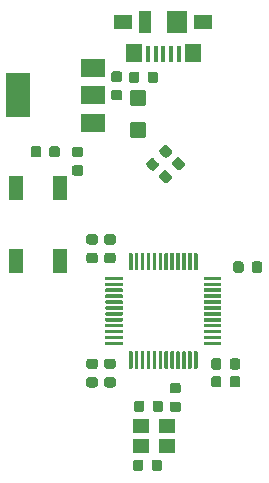
<source format=gtp>
G04 #@! TF.GenerationSoftware,KiCad,Pcbnew,(5.1.5)-3*
G04 #@! TF.CreationDate,2020-02-16T15:54:26-08:00*
G04 #@! TF.ProjectId,SimpleF303,53696d70-6c65-4463-9330-332e6b696361,0.1*
G04 #@! TF.SameCoordinates,Original*
G04 #@! TF.FileFunction,Paste,Top*
G04 #@! TF.FilePolarity,Positive*
%FSLAX46Y46*%
G04 Gerber Fmt 4.6, Leading zero omitted, Abs format (unit mm)*
G04 Created by KiCad (PCBNEW (5.1.5)-3) date 2020-02-16 15:54:26*
%MOMM*%
%LPD*%
G04 APERTURE LIST*
%ADD10R,1.300000X2.000000*%
%ADD11C,0.100000*%
%ADD12R,1.400000X1.200000*%
%ADD13R,2.000000X1.500000*%
%ADD14R,2.000000X3.800000*%
%ADD15R,1.000000X1.900000*%
%ADD16R,1.800000X1.900000*%
%ADD17R,1.650000X1.300000*%
%ADD18R,1.425000X1.550000*%
%ADD19R,0.450000X1.380000*%
G04 APERTURE END LIST*
D10*
X119655000Y-128700000D03*
X115945000Y-128700000D03*
X119655000Y-134900000D03*
X115945000Y-134900000D03*
D11*
G36*
X126699505Y-120421204D02*
G01*
X126723773Y-120424804D01*
X126747572Y-120430765D01*
X126770671Y-120439030D01*
X126792850Y-120449520D01*
X126813893Y-120462132D01*
X126833599Y-120476747D01*
X126851777Y-120493223D01*
X126868253Y-120511401D01*
X126882868Y-120531107D01*
X126895480Y-120552150D01*
X126905970Y-120574329D01*
X126914235Y-120597428D01*
X126920196Y-120621227D01*
X126923796Y-120645495D01*
X126925000Y-120669999D01*
X126925000Y-121570001D01*
X126923796Y-121594505D01*
X126920196Y-121618773D01*
X126914235Y-121642572D01*
X126905970Y-121665671D01*
X126895480Y-121687850D01*
X126882868Y-121708893D01*
X126868253Y-121728599D01*
X126851777Y-121746777D01*
X126833599Y-121763253D01*
X126813893Y-121777868D01*
X126792850Y-121790480D01*
X126770671Y-121800970D01*
X126747572Y-121809235D01*
X126723773Y-121815196D01*
X126699505Y-121818796D01*
X126675001Y-121820000D01*
X125824999Y-121820000D01*
X125800495Y-121818796D01*
X125776227Y-121815196D01*
X125752428Y-121809235D01*
X125729329Y-121800970D01*
X125707150Y-121790480D01*
X125686107Y-121777868D01*
X125666401Y-121763253D01*
X125648223Y-121746777D01*
X125631747Y-121728599D01*
X125617132Y-121708893D01*
X125604520Y-121687850D01*
X125594030Y-121665671D01*
X125585765Y-121642572D01*
X125579804Y-121618773D01*
X125576204Y-121594505D01*
X125575000Y-121570001D01*
X125575000Y-120669999D01*
X125576204Y-120645495D01*
X125579804Y-120621227D01*
X125585765Y-120597428D01*
X125594030Y-120574329D01*
X125604520Y-120552150D01*
X125617132Y-120531107D01*
X125631747Y-120511401D01*
X125648223Y-120493223D01*
X125666401Y-120476747D01*
X125686107Y-120462132D01*
X125707150Y-120449520D01*
X125729329Y-120439030D01*
X125752428Y-120430765D01*
X125776227Y-120424804D01*
X125800495Y-120421204D01*
X125824999Y-120420000D01*
X126675001Y-120420000D01*
X126699505Y-120421204D01*
G37*
G36*
X126699505Y-123121204D02*
G01*
X126723773Y-123124804D01*
X126747572Y-123130765D01*
X126770671Y-123139030D01*
X126792850Y-123149520D01*
X126813893Y-123162132D01*
X126833599Y-123176747D01*
X126851777Y-123193223D01*
X126868253Y-123211401D01*
X126882868Y-123231107D01*
X126895480Y-123252150D01*
X126905970Y-123274329D01*
X126914235Y-123297428D01*
X126920196Y-123321227D01*
X126923796Y-123345495D01*
X126925000Y-123369999D01*
X126925000Y-124270001D01*
X126923796Y-124294505D01*
X126920196Y-124318773D01*
X126914235Y-124342572D01*
X126905970Y-124365671D01*
X126895480Y-124387850D01*
X126882868Y-124408893D01*
X126868253Y-124428599D01*
X126851777Y-124446777D01*
X126833599Y-124463253D01*
X126813893Y-124477868D01*
X126792850Y-124490480D01*
X126770671Y-124500970D01*
X126747572Y-124509235D01*
X126723773Y-124515196D01*
X126699505Y-124518796D01*
X126675001Y-124520000D01*
X125824999Y-124520000D01*
X125800495Y-124518796D01*
X125776227Y-124515196D01*
X125752428Y-124509235D01*
X125729329Y-124500970D01*
X125707150Y-124490480D01*
X125686107Y-124477868D01*
X125666401Y-124463253D01*
X125648223Y-124446777D01*
X125631747Y-124428599D01*
X125617132Y-124408893D01*
X125604520Y-124387850D01*
X125594030Y-124365671D01*
X125585765Y-124342572D01*
X125579804Y-124318773D01*
X125576204Y-124294505D01*
X125575000Y-124270001D01*
X125575000Y-123369999D01*
X125576204Y-123345495D01*
X125579804Y-123321227D01*
X125585765Y-123297428D01*
X125594030Y-123274329D01*
X125604520Y-123252150D01*
X125617132Y-123231107D01*
X125631747Y-123211401D01*
X125648223Y-123193223D01*
X125666401Y-123176747D01*
X125686107Y-123162132D01*
X125707150Y-123149520D01*
X125729329Y-123139030D01*
X125752428Y-123130765D01*
X125776227Y-123124804D01*
X125800495Y-123121204D01*
X125824999Y-123120000D01*
X126675001Y-123120000D01*
X126699505Y-123121204D01*
G37*
D12*
X126510000Y-148850000D03*
X128710000Y-148850000D03*
X128710000Y-150550000D03*
X126510000Y-150550000D03*
D11*
G36*
X124887351Y-141738580D02*
G01*
X124894632Y-141739660D01*
X124901771Y-141741448D01*
X124908701Y-141743928D01*
X124915355Y-141747075D01*
X124921668Y-141750859D01*
X124927579Y-141755243D01*
X124933033Y-141760186D01*
X124937976Y-141765640D01*
X124942360Y-141771551D01*
X124946144Y-141777864D01*
X124949291Y-141784518D01*
X124951771Y-141791448D01*
X124953559Y-141798587D01*
X124954639Y-141805868D01*
X124955000Y-141813219D01*
X124955000Y-141963219D01*
X124954639Y-141970570D01*
X124953559Y-141977851D01*
X124951771Y-141984990D01*
X124949291Y-141991920D01*
X124946144Y-141998574D01*
X124942360Y-142004887D01*
X124937976Y-142010798D01*
X124933033Y-142016252D01*
X124927579Y-142021195D01*
X124921668Y-142025579D01*
X124915355Y-142029363D01*
X124908701Y-142032510D01*
X124901771Y-142034990D01*
X124894632Y-142036778D01*
X124887351Y-142037858D01*
X124880000Y-142038219D01*
X123555000Y-142038219D01*
X123547649Y-142037858D01*
X123540368Y-142036778D01*
X123533229Y-142034990D01*
X123526299Y-142032510D01*
X123519645Y-142029363D01*
X123513332Y-142025579D01*
X123507421Y-142021195D01*
X123501967Y-142016252D01*
X123497024Y-142010798D01*
X123492640Y-142004887D01*
X123488856Y-141998574D01*
X123485709Y-141991920D01*
X123483229Y-141984990D01*
X123481441Y-141977851D01*
X123480361Y-141970570D01*
X123480000Y-141963219D01*
X123480000Y-141813219D01*
X123480361Y-141805868D01*
X123481441Y-141798587D01*
X123483229Y-141791448D01*
X123485709Y-141784518D01*
X123488856Y-141777864D01*
X123492640Y-141771551D01*
X123497024Y-141765640D01*
X123501967Y-141760186D01*
X123507421Y-141755243D01*
X123513332Y-141750859D01*
X123519645Y-141747075D01*
X123526299Y-141743928D01*
X123533229Y-141741448D01*
X123540368Y-141739660D01*
X123547649Y-141738580D01*
X123555000Y-141738219D01*
X124880000Y-141738219D01*
X124887351Y-141738580D01*
G37*
G36*
X124887351Y-141238580D02*
G01*
X124894632Y-141239660D01*
X124901771Y-141241448D01*
X124908701Y-141243928D01*
X124915355Y-141247075D01*
X124921668Y-141250859D01*
X124927579Y-141255243D01*
X124933033Y-141260186D01*
X124937976Y-141265640D01*
X124942360Y-141271551D01*
X124946144Y-141277864D01*
X124949291Y-141284518D01*
X124951771Y-141291448D01*
X124953559Y-141298587D01*
X124954639Y-141305868D01*
X124955000Y-141313219D01*
X124955000Y-141463219D01*
X124954639Y-141470570D01*
X124953559Y-141477851D01*
X124951771Y-141484990D01*
X124949291Y-141491920D01*
X124946144Y-141498574D01*
X124942360Y-141504887D01*
X124937976Y-141510798D01*
X124933033Y-141516252D01*
X124927579Y-141521195D01*
X124921668Y-141525579D01*
X124915355Y-141529363D01*
X124908701Y-141532510D01*
X124901771Y-141534990D01*
X124894632Y-141536778D01*
X124887351Y-141537858D01*
X124880000Y-141538219D01*
X123555000Y-141538219D01*
X123547649Y-141537858D01*
X123540368Y-141536778D01*
X123533229Y-141534990D01*
X123526299Y-141532510D01*
X123519645Y-141529363D01*
X123513332Y-141525579D01*
X123507421Y-141521195D01*
X123501967Y-141516252D01*
X123497024Y-141510798D01*
X123492640Y-141504887D01*
X123488856Y-141498574D01*
X123485709Y-141491920D01*
X123483229Y-141484990D01*
X123481441Y-141477851D01*
X123480361Y-141470570D01*
X123480000Y-141463219D01*
X123480000Y-141313219D01*
X123480361Y-141305868D01*
X123481441Y-141298587D01*
X123483229Y-141291448D01*
X123485709Y-141284518D01*
X123488856Y-141277864D01*
X123492640Y-141271551D01*
X123497024Y-141265640D01*
X123501967Y-141260186D01*
X123507421Y-141255243D01*
X123513332Y-141250859D01*
X123519645Y-141247075D01*
X123526299Y-141243928D01*
X123533229Y-141241448D01*
X123540368Y-141239660D01*
X123547649Y-141238580D01*
X123555000Y-141238219D01*
X124880000Y-141238219D01*
X124887351Y-141238580D01*
G37*
G36*
X124887351Y-140738580D02*
G01*
X124894632Y-140739660D01*
X124901771Y-140741448D01*
X124908701Y-140743928D01*
X124915355Y-140747075D01*
X124921668Y-140750859D01*
X124927579Y-140755243D01*
X124933033Y-140760186D01*
X124937976Y-140765640D01*
X124942360Y-140771551D01*
X124946144Y-140777864D01*
X124949291Y-140784518D01*
X124951771Y-140791448D01*
X124953559Y-140798587D01*
X124954639Y-140805868D01*
X124955000Y-140813219D01*
X124955000Y-140963219D01*
X124954639Y-140970570D01*
X124953559Y-140977851D01*
X124951771Y-140984990D01*
X124949291Y-140991920D01*
X124946144Y-140998574D01*
X124942360Y-141004887D01*
X124937976Y-141010798D01*
X124933033Y-141016252D01*
X124927579Y-141021195D01*
X124921668Y-141025579D01*
X124915355Y-141029363D01*
X124908701Y-141032510D01*
X124901771Y-141034990D01*
X124894632Y-141036778D01*
X124887351Y-141037858D01*
X124880000Y-141038219D01*
X123555000Y-141038219D01*
X123547649Y-141037858D01*
X123540368Y-141036778D01*
X123533229Y-141034990D01*
X123526299Y-141032510D01*
X123519645Y-141029363D01*
X123513332Y-141025579D01*
X123507421Y-141021195D01*
X123501967Y-141016252D01*
X123497024Y-141010798D01*
X123492640Y-141004887D01*
X123488856Y-140998574D01*
X123485709Y-140991920D01*
X123483229Y-140984990D01*
X123481441Y-140977851D01*
X123480361Y-140970570D01*
X123480000Y-140963219D01*
X123480000Y-140813219D01*
X123480361Y-140805868D01*
X123481441Y-140798587D01*
X123483229Y-140791448D01*
X123485709Y-140784518D01*
X123488856Y-140777864D01*
X123492640Y-140771551D01*
X123497024Y-140765640D01*
X123501967Y-140760186D01*
X123507421Y-140755243D01*
X123513332Y-140750859D01*
X123519645Y-140747075D01*
X123526299Y-140743928D01*
X123533229Y-140741448D01*
X123540368Y-140739660D01*
X123547649Y-140738580D01*
X123555000Y-140738219D01*
X124880000Y-140738219D01*
X124887351Y-140738580D01*
G37*
G36*
X124887351Y-140238580D02*
G01*
X124894632Y-140239660D01*
X124901771Y-140241448D01*
X124908701Y-140243928D01*
X124915355Y-140247075D01*
X124921668Y-140250859D01*
X124927579Y-140255243D01*
X124933033Y-140260186D01*
X124937976Y-140265640D01*
X124942360Y-140271551D01*
X124946144Y-140277864D01*
X124949291Y-140284518D01*
X124951771Y-140291448D01*
X124953559Y-140298587D01*
X124954639Y-140305868D01*
X124955000Y-140313219D01*
X124955000Y-140463219D01*
X124954639Y-140470570D01*
X124953559Y-140477851D01*
X124951771Y-140484990D01*
X124949291Y-140491920D01*
X124946144Y-140498574D01*
X124942360Y-140504887D01*
X124937976Y-140510798D01*
X124933033Y-140516252D01*
X124927579Y-140521195D01*
X124921668Y-140525579D01*
X124915355Y-140529363D01*
X124908701Y-140532510D01*
X124901771Y-140534990D01*
X124894632Y-140536778D01*
X124887351Y-140537858D01*
X124880000Y-140538219D01*
X123555000Y-140538219D01*
X123547649Y-140537858D01*
X123540368Y-140536778D01*
X123533229Y-140534990D01*
X123526299Y-140532510D01*
X123519645Y-140529363D01*
X123513332Y-140525579D01*
X123507421Y-140521195D01*
X123501967Y-140516252D01*
X123497024Y-140510798D01*
X123492640Y-140504887D01*
X123488856Y-140498574D01*
X123485709Y-140491920D01*
X123483229Y-140484990D01*
X123481441Y-140477851D01*
X123480361Y-140470570D01*
X123480000Y-140463219D01*
X123480000Y-140313219D01*
X123480361Y-140305868D01*
X123481441Y-140298587D01*
X123483229Y-140291448D01*
X123485709Y-140284518D01*
X123488856Y-140277864D01*
X123492640Y-140271551D01*
X123497024Y-140265640D01*
X123501967Y-140260186D01*
X123507421Y-140255243D01*
X123513332Y-140250859D01*
X123519645Y-140247075D01*
X123526299Y-140243928D01*
X123533229Y-140241448D01*
X123540368Y-140239660D01*
X123547649Y-140238580D01*
X123555000Y-140238219D01*
X124880000Y-140238219D01*
X124887351Y-140238580D01*
G37*
G36*
X124887351Y-139738580D02*
G01*
X124894632Y-139739660D01*
X124901771Y-139741448D01*
X124908701Y-139743928D01*
X124915355Y-139747075D01*
X124921668Y-139750859D01*
X124927579Y-139755243D01*
X124933033Y-139760186D01*
X124937976Y-139765640D01*
X124942360Y-139771551D01*
X124946144Y-139777864D01*
X124949291Y-139784518D01*
X124951771Y-139791448D01*
X124953559Y-139798587D01*
X124954639Y-139805868D01*
X124955000Y-139813219D01*
X124955000Y-139963219D01*
X124954639Y-139970570D01*
X124953559Y-139977851D01*
X124951771Y-139984990D01*
X124949291Y-139991920D01*
X124946144Y-139998574D01*
X124942360Y-140004887D01*
X124937976Y-140010798D01*
X124933033Y-140016252D01*
X124927579Y-140021195D01*
X124921668Y-140025579D01*
X124915355Y-140029363D01*
X124908701Y-140032510D01*
X124901771Y-140034990D01*
X124894632Y-140036778D01*
X124887351Y-140037858D01*
X124880000Y-140038219D01*
X123555000Y-140038219D01*
X123547649Y-140037858D01*
X123540368Y-140036778D01*
X123533229Y-140034990D01*
X123526299Y-140032510D01*
X123519645Y-140029363D01*
X123513332Y-140025579D01*
X123507421Y-140021195D01*
X123501967Y-140016252D01*
X123497024Y-140010798D01*
X123492640Y-140004887D01*
X123488856Y-139998574D01*
X123485709Y-139991920D01*
X123483229Y-139984990D01*
X123481441Y-139977851D01*
X123480361Y-139970570D01*
X123480000Y-139963219D01*
X123480000Y-139813219D01*
X123480361Y-139805868D01*
X123481441Y-139798587D01*
X123483229Y-139791448D01*
X123485709Y-139784518D01*
X123488856Y-139777864D01*
X123492640Y-139771551D01*
X123497024Y-139765640D01*
X123501967Y-139760186D01*
X123507421Y-139755243D01*
X123513332Y-139750859D01*
X123519645Y-139747075D01*
X123526299Y-139743928D01*
X123533229Y-139741448D01*
X123540368Y-139739660D01*
X123547649Y-139738580D01*
X123555000Y-139738219D01*
X124880000Y-139738219D01*
X124887351Y-139738580D01*
G37*
G36*
X124887351Y-139238580D02*
G01*
X124894632Y-139239660D01*
X124901771Y-139241448D01*
X124908701Y-139243928D01*
X124915355Y-139247075D01*
X124921668Y-139250859D01*
X124927579Y-139255243D01*
X124933033Y-139260186D01*
X124937976Y-139265640D01*
X124942360Y-139271551D01*
X124946144Y-139277864D01*
X124949291Y-139284518D01*
X124951771Y-139291448D01*
X124953559Y-139298587D01*
X124954639Y-139305868D01*
X124955000Y-139313219D01*
X124955000Y-139463219D01*
X124954639Y-139470570D01*
X124953559Y-139477851D01*
X124951771Y-139484990D01*
X124949291Y-139491920D01*
X124946144Y-139498574D01*
X124942360Y-139504887D01*
X124937976Y-139510798D01*
X124933033Y-139516252D01*
X124927579Y-139521195D01*
X124921668Y-139525579D01*
X124915355Y-139529363D01*
X124908701Y-139532510D01*
X124901771Y-139534990D01*
X124894632Y-139536778D01*
X124887351Y-139537858D01*
X124880000Y-139538219D01*
X123555000Y-139538219D01*
X123547649Y-139537858D01*
X123540368Y-139536778D01*
X123533229Y-139534990D01*
X123526299Y-139532510D01*
X123519645Y-139529363D01*
X123513332Y-139525579D01*
X123507421Y-139521195D01*
X123501967Y-139516252D01*
X123497024Y-139510798D01*
X123492640Y-139504887D01*
X123488856Y-139498574D01*
X123485709Y-139491920D01*
X123483229Y-139484990D01*
X123481441Y-139477851D01*
X123480361Y-139470570D01*
X123480000Y-139463219D01*
X123480000Y-139313219D01*
X123480361Y-139305868D01*
X123481441Y-139298587D01*
X123483229Y-139291448D01*
X123485709Y-139284518D01*
X123488856Y-139277864D01*
X123492640Y-139271551D01*
X123497024Y-139265640D01*
X123501967Y-139260186D01*
X123507421Y-139255243D01*
X123513332Y-139250859D01*
X123519645Y-139247075D01*
X123526299Y-139243928D01*
X123533229Y-139241448D01*
X123540368Y-139239660D01*
X123547649Y-139238580D01*
X123555000Y-139238219D01*
X124880000Y-139238219D01*
X124887351Y-139238580D01*
G37*
G36*
X124887351Y-138738580D02*
G01*
X124894632Y-138739660D01*
X124901771Y-138741448D01*
X124908701Y-138743928D01*
X124915355Y-138747075D01*
X124921668Y-138750859D01*
X124927579Y-138755243D01*
X124933033Y-138760186D01*
X124937976Y-138765640D01*
X124942360Y-138771551D01*
X124946144Y-138777864D01*
X124949291Y-138784518D01*
X124951771Y-138791448D01*
X124953559Y-138798587D01*
X124954639Y-138805868D01*
X124955000Y-138813219D01*
X124955000Y-138963219D01*
X124954639Y-138970570D01*
X124953559Y-138977851D01*
X124951771Y-138984990D01*
X124949291Y-138991920D01*
X124946144Y-138998574D01*
X124942360Y-139004887D01*
X124937976Y-139010798D01*
X124933033Y-139016252D01*
X124927579Y-139021195D01*
X124921668Y-139025579D01*
X124915355Y-139029363D01*
X124908701Y-139032510D01*
X124901771Y-139034990D01*
X124894632Y-139036778D01*
X124887351Y-139037858D01*
X124880000Y-139038219D01*
X123555000Y-139038219D01*
X123547649Y-139037858D01*
X123540368Y-139036778D01*
X123533229Y-139034990D01*
X123526299Y-139032510D01*
X123519645Y-139029363D01*
X123513332Y-139025579D01*
X123507421Y-139021195D01*
X123501967Y-139016252D01*
X123497024Y-139010798D01*
X123492640Y-139004887D01*
X123488856Y-138998574D01*
X123485709Y-138991920D01*
X123483229Y-138984990D01*
X123481441Y-138977851D01*
X123480361Y-138970570D01*
X123480000Y-138963219D01*
X123480000Y-138813219D01*
X123480361Y-138805868D01*
X123481441Y-138798587D01*
X123483229Y-138791448D01*
X123485709Y-138784518D01*
X123488856Y-138777864D01*
X123492640Y-138771551D01*
X123497024Y-138765640D01*
X123501967Y-138760186D01*
X123507421Y-138755243D01*
X123513332Y-138750859D01*
X123519645Y-138747075D01*
X123526299Y-138743928D01*
X123533229Y-138741448D01*
X123540368Y-138739660D01*
X123547649Y-138738580D01*
X123555000Y-138738219D01*
X124880000Y-138738219D01*
X124887351Y-138738580D01*
G37*
G36*
X124887351Y-138238580D02*
G01*
X124894632Y-138239660D01*
X124901771Y-138241448D01*
X124908701Y-138243928D01*
X124915355Y-138247075D01*
X124921668Y-138250859D01*
X124927579Y-138255243D01*
X124933033Y-138260186D01*
X124937976Y-138265640D01*
X124942360Y-138271551D01*
X124946144Y-138277864D01*
X124949291Y-138284518D01*
X124951771Y-138291448D01*
X124953559Y-138298587D01*
X124954639Y-138305868D01*
X124955000Y-138313219D01*
X124955000Y-138463219D01*
X124954639Y-138470570D01*
X124953559Y-138477851D01*
X124951771Y-138484990D01*
X124949291Y-138491920D01*
X124946144Y-138498574D01*
X124942360Y-138504887D01*
X124937976Y-138510798D01*
X124933033Y-138516252D01*
X124927579Y-138521195D01*
X124921668Y-138525579D01*
X124915355Y-138529363D01*
X124908701Y-138532510D01*
X124901771Y-138534990D01*
X124894632Y-138536778D01*
X124887351Y-138537858D01*
X124880000Y-138538219D01*
X123555000Y-138538219D01*
X123547649Y-138537858D01*
X123540368Y-138536778D01*
X123533229Y-138534990D01*
X123526299Y-138532510D01*
X123519645Y-138529363D01*
X123513332Y-138525579D01*
X123507421Y-138521195D01*
X123501967Y-138516252D01*
X123497024Y-138510798D01*
X123492640Y-138504887D01*
X123488856Y-138498574D01*
X123485709Y-138491920D01*
X123483229Y-138484990D01*
X123481441Y-138477851D01*
X123480361Y-138470570D01*
X123480000Y-138463219D01*
X123480000Y-138313219D01*
X123480361Y-138305868D01*
X123481441Y-138298587D01*
X123483229Y-138291448D01*
X123485709Y-138284518D01*
X123488856Y-138277864D01*
X123492640Y-138271551D01*
X123497024Y-138265640D01*
X123501967Y-138260186D01*
X123507421Y-138255243D01*
X123513332Y-138250859D01*
X123519645Y-138247075D01*
X123526299Y-138243928D01*
X123533229Y-138241448D01*
X123540368Y-138239660D01*
X123547649Y-138238580D01*
X123555000Y-138238219D01*
X124880000Y-138238219D01*
X124887351Y-138238580D01*
G37*
G36*
X124887351Y-137738580D02*
G01*
X124894632Y-137739660D01*
X124901771Y-137741448D01*
X124908701Y-137743928D01*
X124915355Y-137747075D01*
X124921668Y-137750859D01*
X124927579Y-137755243D01*
X124933033Y-137760186D01*
X124937976Y-137765640D01*
X124942360Y-137771551D01*
X124946144Y-137777864D01*
X124949291Y-137784518D01*
X124951771Y-137791448D01*
X124953559Y-137798587D01*
X124954639Y-137805868D01*
X124955000Y-137813219D01*
X124955000Y-137963219D01*
X124954639Y-137970570D01*
X124953559Y-137977851D01*
X124951771Y-137984990D01*
X124949291Y-137991920D01*
X124946144Y-137998574D01*
X124942360Y-138004887D01*
X124937976Y-138010798D01*
X124933033Y-138016252D01*
X124927579Y-138021195D01*
X124921668Y-138025579D01*
X124915355Y-138029363D01*
X124908701Y-138032510D01*
X124901771Y-138034990D01*
X124894632Y-138036778D01*
X124887351Y-138037858D01*
X124880000Y-138038219D01*
X123555000Y-138038219D01*
X123547649Y-138037858D01*
X123540368Y-138036778D01*
X123533229Y-138034990D01*
X123526299Y-138032510D01*
X123519645Y-138029363D01*
X123513332Y-138025579D01*
X123507421Y-138021195D01*
X123501967Y-138016252D01*
X123497024Y-138010798D01*
X123492640Y-138004887D01*
X123488856Y-137998574D01*
X123485709Y-137991920D01*
X123483229Y-137984990D01*
X123481441Y-137977851D01*
X123480361Y-137970570D01*
X123480000Y-137963219D01*
X123480000Y-137813219D01*
X123480361Y-137805868D01*
X123481441Y-137798587D01*
X123483229Y-137791448D01*
X123485709Y-137784518D01*
X123488856Y-137777864D01*
X123492640Y-137771551D01*
X123497024Y-137765640D01*
X123501967Y-137760186D01*
X123507421Y-137755243D01*
X123513332Y-137750859D01*
X123519645Y-137747075D01*
X123526299Y-137743928D01*
X123533229Y-137741448D01*
X123540368Y-137739660D01*
X123547649Y-137738580D01*
X123555000Y-137738219D01*
X124880000Y-137738219D01*
X124887351Y-137738580D01*
G37*
G36*
X124887351Y-137238580D02*
G01*
X124894632Y-137239660D01*
X124901771Y-137241448D01*
X124908701Y-137243928D01*
X124915355Y-137247075D01*
X124921668Y-137250859D01*
X124927579Y-137255243D01*
X124933033Y-137260186D01*
X124937976Y-137265640D01*
X124942360Y-137271551D01*
X124946144Y-137277864D01*
X124949291Y-137284518D01*
X124951771Y-137291448D01*
X124953559Y-137298587D01*
X124954639Y-137305868D01*
X124955000Y-137313219D01*
X124955000Y-137463219D01*
X124954639Y-137470570D01*
X124953559Y-137477851D01*
X124951771Y-137484990D01*
X124949291Y-137491920D01*
X124946144Y-137498574D01*
X124942360Y-137504887D01*
X124937976Y-137510798D01*
X124933033Y-137516252D01*
X124927579Y-137521195D01*
X124921668Y-137525579D01*
X124915355Y-137529363D01*
X124908701Y-137532510D01*
X124901771Y-137534990D01*
X124894632Y-137536778D01*
X124887351Y-137537858D01*
X124880000Y-137538219D01*
X123555000Y-137538219D01*
X123547649Y-137537858D01*
X123540368Y-137536778D01*
X123533229Y-137534990D01*
X123526299Y-137532510D01*
X123519645Y-137529363D01*
X123513332Y-137525579D01*
X123507421Y-137521195D01*
X123501967Y-137516252D01*
X123497024Y-137510798D01*
X123492640Y-137504887D01*
X123488856Y-137498574D01*
X123485709Y-137491920D01*
X123483229Y-137484990D01*
X123481441Y-137477851D01*
X123480361Y-137470570D01*
X123480000Y-137463219D01*
X123480000Y-137313219D01*
X123480361Y-137305868D01*
X123481441Y-137298587D01*
X123483229Y-137291448D01*
X123485709Y-137284518D01*
X123488856Y-137277864D01*
X123492640Y-137271551D01*
X123497024Y-137265640D01*
X123501967Y-137260186D01*
X123507421Y-137255243D01*
X123513332Y-137250859D01*
X123519645Y-137247075D01*
X123526299Y-137243928D01*
X123533229Y-137241448D01*
X123540368Y-137239660D01*
X123547649Y-137238580D01*
X123555000Y-137238219D01*
X124880000Y-137238219D01*
X124887351Y-137238580D01*
G37*
G36*
X124887351Y-136738580D02*
G01*
X124894632Y-136739660D01*
X124901771Y-136741448D01*
X124908701Y-136743928D01*
X124915355Y-136747075D01*
X124921668Y-136750859D01*
X124927579Y-136755243D01*
X124933033Y-136760186D01*
X124937976Y-136765640D01*
X124942360Y-136771551D01*
X124946144Y-136777864D01*
X124949291Y-136784518D01*
X124951771Y-136791448D01*
X124953559Y-136798587D01*
X124954639Y-136805868D01*
X124955000Y-136813219D01*
X124955000Y-136963219D01*
X124954639Y-136970570D01*
X124953559Y-136977851D01*
X124951771Y-136984990D01*
X124949291Y-136991920D01*
X124946144Y-136998574D01*
X124942360Y-137004887D01*
X124937976Y-137010798D01*
X124933033Y-137016252D01*
X124927579Y-137021195D01*
X124921668Y-137025579D01*
X124915355Y-137029363D01*
X124908701Y-137032510D01*
X124901771Y-137034990D01*
X124894632Y-137036778D01*
X124887351Y-137037858D01*
X124880000Y-137038219D01*
X123555000Y-137038219D01*
X123547649Y-137037858D01*
X123540368Y-137036778D01*
X123533229Y-137034990D01*
X123526299Y-137032510D01*
X123519645Y-137029363D01*
X123513332Y-137025579D01*
X123507421Y-137021195D01*
X123501967Y-137016252D01*
X123497024Y-137010798D01*
X123492640Y-137004887D01*
X123488856Y-136998574D01*
X123485709Y-136991920D01*
X123483229Y-136984990D01*
X123481441Y-136977851D01*
X123480361Y-136970570D01*
X123480000Y-136963219D01*
X123480000Y-136813219D01*
X123480361Y-136805868D01*
X123481441Y-136798587D01*
X123483229Y-136791448D01*
X123485709Y-136784518D01*
X123488856Y-136777864D01*
X123492640Y-136771551D01*
X123497024Y-136765640D01*
X123501967Y-136760186D01*
X123507421Y-136755243D01*
X123513332Y-136750859D01*
X123519645Y-136747075D01*
X123526299Y-136743928D01*
X123533229Y-136741448D01*
X123540368Y-136739660D01*
X123547649Y-136738580D01*
X123555000Y-136738219D01*
X124880000Y-136738219D01*
X124887351Y-136738580D01*
G37*
G36*
X124887351Y-136238580D02*
G01*
X124894632Y-136239660D01*
X124901771Y-136241448D01*
X124908701Y-136243928D01*
X124915355Y-136247075D01*
X124921668Y-136250859D01*
X124927579Y-136255243D01*
X124933033Y-136260186D01*
X124937976Y-136265640D01*
X124942360Y-136271551D01*
X124946144Y-136277864D01*
X124949291Y-136284518D01*
X124951771Y-136291448D01*
X124953559Y-136298587D01*
X124954639Y-136305868D01*
X124955000Y-136313219D01*
X124955000Y-136463219D01*
X124954639Y-136470570D01*
X124953559Y-136477851D01*
X124951771Y-136484990D01*
X124949291Y-136491920D01*
X124946144Y-136498574D01*
X124942360Y-136504887D01*
X124937976Y-136510798D01*
X124933033Y-136516252D01*
X124927579Y-136521195D01*
X124921668Y-136525579D01*
X124915355Y-136529363D01*
X124908701Y-136532510D01*
X124901771Y-136534990D01*
X124894632Y-136536778D01*
X124887351Y-136537858D01*
X124880000Y-136538219D01*
X123555000Y-136538219D01*
X123547649Y-136537858D01*
X123540368Y-136536778D01*
X123533229Y-136534990D01*
X123526299Y-136532510D01*
X123519645Y-136529363D01*
X123513332Y-136525579D01*
X123507421Y-136521195D01*
X123501967Y-136516252D01*
X123497024Y-136510798D01*
X123492640Y-136504887D01*
X123488856Y-136498574D01*
X123485709Y-136491920D01*
X123483229Y-136484990D01*
X123481441Y-136477851D01*
X123480361Y-136470570D01*
X123480000Y-136463219D01*
X123480000Y-136313219D01*
X123480361Y-136305868D01*
X123481441Y-136298587D01*
X123483229Y-136291448D01*
X123485709Y-136284518D01*
X123488856Y-136277864D01*
X123492640Y-136271551D01*
X123497024Y-136265640D01*
X123501967Y-136260186D01*
X123507421Y-136255243D01*
X123513332Y-136250859D01*
X123519645Y-136247075D01*
X123526299Y-136243928D01*
X123533229Y-136241448D01*
X123540368Y-136239660D01*
X123547649Y-136238580D01*
X123555000Y-136238219D01*
X124880000Y-136238219D01*
X124887351Y-136238580D01*
G37*
G36*
X125712351Y-134238580D02*
G01*
X125719632Y-134239660D01*
X125726771Y-134241448D01*
X125733701Y-134243928D01*
X125740355Y-134247075D01*
X125746668Y-134250859D01*
X125752579Y-134255243D01*
X125758033Y-134260186D01*
X125762976Y-134265640D01*
X125767360Y-134271551D01*
X125771144Y-134277864D01*
X125774291Y-134284518D01*
X125776771Y-134291448D01*
X125778559Y-134298587D01*
X125779639Y-134305868D01*
X125780000Y-134313219D01*
X125780000Y-135638219D01*
X125779639Y-135645570D01*
X125778559Y-135652851D01*
X125776771Y-135659990D01*
X125774291Y-135666920D01*
X125771144Y-135673574D01*
X125767360Y-135679887D01*
X125762976Y-135685798D01*
X125758033Y-135691252D01*
X125752579Y-135696195D01*
X125746668Y-135700579D01*
X125740355Y-135704363D01*
X125733701Y-135707510D01*
X125726771Y-135709990D01*
X125719632Y-135711778D01*
X125712351Y-135712858D01*
X125705000Y-135713219D01*
X125555000Y-135713219D01*
X125547649Y-135712858D01*
X125540368Y-135711778D01*
X125533229Y-135709990D01*
X125526299Y-135707510D01*
X125519645Y-135704363D01*
X125513332Y-135700579D01*
X125507421Y-135696195D01*
X125501967Y-135691252D01*
X125497024Y-135685798D01*
X125492640Y-135679887D01*
X125488856Y-135673574D01*
X125485709Y-135666920D01*
X125483229Y-135659990D01*
X125481441Y-135652851D01*
X125480361Y-135645570D01*
X125480000Y-135638219D01*
X125480000Y-134313219D01*
X125480361Y-134305868D01*
X125481441Y-134298587D01*
X125483229Y-134291448D01*
X125485709Y-134284518D01*
X125488856Y-134277864D01*
X125492640Y-134271551D01*
X125497024Y-134265640D01*
X125501967Y-134260186D01*
X125507421Y-134255243D01*
X125513332Y-134250859D01*
X125519645Y-134247075D01*
X125526299Y-134243928D01*
X125533229Y-134241448D01*
X125540368Y-134239660D01*
X125547649Y-134238580D01*
X125555000Y-134238219D01*
X125705000Y-134238219D01*
X125712351Y-134238580D01*
G37*
G36*
X126212351Y-134238580D02*
G01*
X126219632Y-134239660D01*
X126226771Y-134241448D01*
X126233701Y-134243928D01*
X126240355Y-134247075D01*
X126246668Y-134250859D01*
X126252579Y-134255243D01*
X126258033Y-134260186D01*
X126262976Y-134265640D01*
X126267360Y-134271551D01*
X126271144Y-134277864D01*
X126274291Y-134284518D01*
X126276771Y-134291448D01*
X126278559Y-134298587D01*
X126279639Y-134305868D01*
X126280000Y-134313219D01*
X126280000Y-135638219D01*
X126279639Y-135645570D01*
X126278559Y-135652851D01*
X126276771Y-135659990D01*
X126274291Y-135666920D01*
X126271144Y-135673574D01*
X126267360Y-135679887D01*
X126262976Y-135685798D01*
X126258033Y-135691252D01*
X126252579Y-135696195D01*
X126246668Y-135700579D01*
X126240355Y-135704363D01*
X126233701Y-135707510D01*
X126226771Y-135709990D01*
X126219632Y-135711778D01*
X126212351Y-135712858D01*
X126205000Y-135713219D01*
X126055000Y-135713219D01*
X126047649Y-135712858D01*
X126040368Y-135711778D01*
X126033229Y-135709990D01*
X126026299Y-135707510D01*
X126019645Y-135704363D01*
X126013332Y-135700579D01*
X126007421Y-135696195D01*
X126001967Y-135691252D01*
X125997024Y-135685798D01*
X125992640Y-135679887D01*
X125988856Y-135673574D01*
X125985709Y-135666920D01*
X125983229Y-135659990D01*
X125981441Y-135652851D01*
X125980361Y-135645570D01*
X125980000Y-135638219D01*
X125980000Y-134313219D01*
X125980361Y-134305868D01*
X125981441Y-134298587D01*
X125983229Y-134291448D01*
X125985709Y-134284518D01*
X125988856Y-134277864D01*
X125992640Y-134271551D01*
X125997024Y-134265640D01*
X126001967Y-134260186D01*
X126007421Y-134255243D01*
X126013332Y-134250859D01*
X126019645Y-134247075D01*
X126026299Y-134243928D01*
X126033229Y-134241448D01*
X126040368Y-134239660D01*
X126047649Y-134238580D01*
X126055000Y-134238219D01*
X126205000Y-134238219D01*
X126212351Y-134238580D01*
G37*
G36*
X126712351Y-134238580D02*
G01*
X126719632Y-134239660D01*
X126726771Y-134241448D01*
X126733701Y-134243928D01*
X126740355Y-134247075D01*
X126746668Y-134250859D01*
X126752579Y-134255243D01*
X126758033Y-134260186D01*
X126762976Y-134265640D01*
X126767360Y-134271551D01*
X126771144Y-134277864D01*
X126774291Y-134284518D01*
X126776771Y-134291448D01*
X126778559Y-134298587D01*
X126779639Y-134305868D01*
X126780000Y-134313219D01*
X126780000Y-135638219D01*
X126779639Y-135645570D01*
X126778559Y-135652851D01*
X126776771Y-135659990D01*
X126774291Y-135666920D01*
X126771144Y-135673574D01*
X126767360Y-135679887D01*
X126762976Y-135685798D01*
X126758033Y-135691252D01*
X126752579Y-135696195D01*
X126746668Y-135700579D01*
X126740355Y-135704363D01*
X126733701Y-135707510D01*
X126726771Y-135709990D01*
X126719632Y-135711778D01*
X126712351Y-135712858D01*
X126705000Y-135713219D01*
X126555000Y-135713219D01*
X126547649Y-135712858D01*
X126540368Y-135711778D01*
X126533229Y-135709990D01*
X126526299Y-135707510D01*
X126519645Y-135704363D01*
X126513332Y-135700579D01*
X126507421Y-135696195D01*
X126501967Y-135691252D01*
X126497024Y-135685798D01*
X126492640Y-135679887D01*
X126488856Y-135673574D01*
X126485709Y-135666920D01*
X126483229Y-135659990D01*
X126481441Y-135652851D01*
X126480361Y-135645570D01*
X126480000Y-135638219D01*
X126480000Y-134313219D01*
X126480361Y-134305868D01*
X126481441Y-134298587D01*
X126483229Y-134291448D01*
X126485709Y-134284518D01*
X126488856Y-134277864D01*
X126492640Y-134271551D01*
X126497024Y-134265640D01*
X126501967Y-134260186D01*
X126507421Y-134255243D01*
X126513332Y-134250859D01*
X126519645Y-134247075D01*
X126526299Y-134243928D01*
X126533229Y-134241448D01*
X126540368Y-134239660D01*
X126547649Y-134238580D01*
X126555000Y-134238219D01*
X126705000Y-134238219D01*
X126712351Y-134238580D01*
G37*
G36*
X127212351Y-134238580D02*
G01*
X127219632Y-134239660D01*
X127226771Y-134241448D01*
X127233701Y-134243928D01*
X127240355Y-134247075D01*
X127246668Y-134250859D01*
X127252579Y-134255243D01*
X127258033Y-134260186D01*
X127262976Y-134265640D01*
X127267360Y-134271551D01*
X127271144Y-134277864D01*
X127274291Y-134284518D01*
X127276771Y-134291448D01*
X127278559Y-134298587D01*
X127279639Y-134305868D01*
X127280000Y-134313219D01*
X127280000Y-135638219D01*
X127279639Y-135645570D01*
X127278559Y-135652851D01*
X127276771Y-135659990D01*
X127274291Y-135666920D01*
X127271144Y-135673574D01*
X127267360Y-135679887D01*
X127262976Y-135685798D01*
X127258033Y-135691252D01*
X127252579Y-135696195D01*
X127246668Y-135700579D01*
X127240355Y-135704363D01*
X127233701Y-135707510D01*
X127226771Y-135709990D01*
X127219632Y-135711778D01*
X127212351Y-135712858D01*
X127205000Y-135713219D01*
X127055000Y-135713219D01*
X127047649Y-135712858D01*
X127040368Y-135711778D01*
X127033229Y-135709990D01*
X127026299Y-135707510D01*
X127019645Y-135704363D01*
X127013332Y-135700579D01*
X127007421Y-135696195D01*
X127001967Y-135691252D01*
X126997024Y-135685798D01*
X126992640Y-135679887D01*
X126988856Y-135673574D01*
X126985709Y-135666920D01*
X126983229Y-135659990D01*
X126981441Y-135652851D01*
X126980361Y-135645570D01*
X126980000Y-135638219D01*
X126980000Y-134313219D01*
X126980361Y-134305868D01*
X126981441Y-134298587D01*
X126983229Y-134291448D01*
X126985709Y-134284518D01*
X126988856Y-134277864D01*
X126992640Y-134271551D01*
X126997024Y-134265640D01*
X127001967Y-134260186D01*
X127007421Y-134255243D01*
X127013332Y-134250859D01*
X127019645Y-134247075D01*
X127026299Y-134243928D01*
X127033229Y-134241448D01*
X127040368Y-134239660D01*
X127047649Y-134238580D01*
X127055000Y-134238219D01*
X127205000Y-134238219D01*
X127212351Y-134238580D01*
G37*
G36*
X127712351Y-134238580D02*
G01*
X127719632Y-134239660D01*
X127726771Y-134241448D01*
X127733701Y-134243928D01*
X127740355Y-134247075D01*
X127746668Y-134250859D01*
X127752579Y-134255243D01*
X127758033Y-134260186D01*
X127762976Y-134265640D01*
X127767360Y-134271551D01*
X127771144Y-134277864D01*
X127774291Y-134284518D01*
X127776771Y-134291448D01*
X127778559Y-134298587D01*
X127779639Y-134305868D01*
X127780000Y-134313219D01*
X127780000Y-135638219D01*
X127779639Y-135645570D01*
X127778559Y-135652851D01*
X127776771Y-135659990D01*
X127774291Y-135666920D01*
X127771144Y-135673574D01*
X127767360Y-135679887D01*
X127762976Y-135685798D01*
X127758033Y-135691252D01*
X127752579Y-135696195D01*
X127746668Y-135700579D01*
X127740355Y-135704363D01*
X127733701Y-135707510D01*
X127726771Y-135709990D01*
X127719632Y-135711778D01*
X127712351Y-135712858D01*
X127705000Y-135713219D01*
X127555000Y-135713219D01*
X127547649Y-135712858D01*
X127540368Y-135711778D01*
X127533229Y-135709990D01*
X127526299Y-135707510D01*
X127519645Y-135704363D01*
X127513332Y-135700579D01*
X127507421Y-135696195D01*
X127501967Y-135691252D01*
X127497024Y-135685798D01*
X127492640Y-135679887D01*
X127488856Y-135673574D01*
X127485709Y-135666920D01*
X127483229Y-135659990D01*
X127481441Y-135652851D01*
X127480361Y-135645570D01*
X127480000Y-135638219D01*
X127480000Y-134313219D01*
X127480361Y-134305868D01*
X127481441Y-134298587D01*
X127483229Y-134291448D01*
X127485709Y-134284518D01*
X127488856Y-134277864D01*
X127492640Y-134271551D01*
X127497024Y-134265640D01*
X127501967Y-134260186D01*
X127507421Y-134255243D01*
X127513332Y-134250859D01*
X127519645Y-134247075D01*
X127526299Y-134243928D01*
X127533229Y-134241448D01*
X127540368Y-134239660D01*
X127547649Y-134238580D01*
X127555000Y-134238219D01*
X127705000Y-134238219D01*
X127712351Y-134238580D01*
G37*
G36*
X128212351Y-134238580D02*
G01*
X128219632Y-134239660D01*
X128226771Y-134241448D01*
X128233701Y-134243928D01*
X128240355Y-134247075D01*
X128246668Y-134250859D01*
X128252579Y-134255243D01*
X128258033Y-134260186D01*
X128262976Y-134265640D01*
X128267360Y-134271551D01*
X128271144Y-134277864D01*
X128274291Y-134284518D01*
X128276771Y-134291448D01*
X128278559Y-134298587D01*
X128279639Y-134305868D01*
X128280000Y-134313219D01*
X128280000Y-135638219D01*
X128279639Y-135645570D01*
X128278559Y-135652851D01*
X128276771Y-135659990D01*
X128274291Y-135666920D01*
X128271144Y-135673574D01*
X128267360Y-135679887D01*
X128262976Y-135685798D01*
X128258033Y-135691252D01*
X128252579Y-135696195D01*
X128246668Y-135700579D01*
X128240355Y-135704363D01*
X128233701Y-135707510D01*
X128226771Y-135709990D01*
X128219632Y-135711778D01*
X128212351Y-135712858D01*
X128205000Y-135713219D01*
X128055000Y-135713219D01*
X128047649Y-135712858D01*
X128040368Y-135711778D01*
X128033229Y-135709990D01*
X128026299Y-135707510D01*
X128019645Y-135704363D01*
X128013332Y-135700579D01*
X128007421Y-135696195D01*
X128001967Y-135691252D01*
X127997024Y-135685798D01*
X127992640Y-135679887D01*
X127988856Y-135673574D01*
X127985709Y-135666920D01*
X127983229Y-135659990D01*
X127981441Y-135652851D01*
X127980361Y-135645570D01*
X127980000Y-135638219D01*
X127980000Y-134313219D01*
X127980361Y-134305868D01*
X127981441Y-134298587D01*
X127983229Y-134291448D01*
X127985709Y-134284518D01*
X127988856Y-134277864D01*
X127992640Y-134271551D01*
X127997024Y-134265640D01*
X128001967Y-134260186D01*
X128007421Y-134255243D01*
X128013332Y-134250859D01*
X128019645Y-134247075D01*
X128026299Y-134243928D01*
X128033229Y-134241448D01*
X128040368Y-134239660D01*
X128047649Y-134238580D01*
X128055000Y-134238219D01*
X128205000Y-134238219D01*
X128212351Y-134238580D01*
G37*
G36*
X128712351Y-134238580D02*
G01*
X128719632Y-134239660D01*
X128726771Y-134241448D01*
X128733701Y-134243928D01*
X128740355Y-134247075D01*
X128746668Y-134250859D01*
X128752579Y-134255243D01*
X128758033Y-134260186D01*
X128762976Y-134265640D01*
X128767360Y-134271551D01*
X128771144Y-134277864D01*
X128774291Y-134284518D01*
X128776771Y-134291448D01*
X128778559Y-134298587D01*
X128779639Y-134305868D01*
X128780000Y-134313219D01*
X128780000Y-135638219D01*
X128779639Y-135645570D01*
X128778559Y-135652851D01*
X128776771Y-135659990D01*
X128774291Y-135666920D01*
X128771144Y-135673574D01*
X128767360Y-135679887D01*
X128762976Y-135685798D01*
X128758033Y-135691252D01*
X128752579Y-135696195D01*
X128746668Y-135700579D01*
X128740355Y-135704363D01*
X128733701Y-135707510D01*
X128726771Y-135709990D01*
X128719632Y-135711778D01*
X128712351Y-135712858D01*
X128705000Y-135713219D01*
X128555000Y-135713219D01*
X128547649Y-135712858D01*
X128540368Y-135711778D01*
X128533229Y-135709990D01*
X128526299Y-135707510D01*
X128519645Y-135704363D01*
X128513332Y-135700579D01*
X128507421Y-135696195D01*
X128501967Y-135691252D01*
X128497024Y-135685798D01*
X128492640Y-135679887D01*
X128488856Y-135673574D01*
X128485709Y-135666920D01*
X128483229Y-135659990D01*
X128481441Y-135652851D01*
X128480361Y-135645570D01*
X128480000Y-135638219D01*
X128480000Y-134313219D01*
X128480361Y-134305868D01*
X128481441Y-134298587D01*
X128483229Y-134291448D01*
X128485709Y-134284518D01*
X128488856Y-134277864D01*
X128492640Y-134271551D01*
X128497024Y-134265640D01*
X128501967Y-134260186D01*
X128507421Y-134255243D01*
X128513332Y-134250859D01*
X128519645Y-134247075D01*
X128526299Y-134243928D01*
X128533229Y-134241448D01*
X128540368Y-134239660D01*
X128547649Y-134238580D01*
X128555000Y-134238219D01*
X128705000Y-134238219D01*
X128712351Y-134238580D01*
G37*
G36*
X129212351Y-134238580D02*
G01*
X129219632Y-134239660D01*
X129226771Y-134241448D01*
X129233701Y-134243928D01*
X129240355Y-134247075D01*
X129246668Y-134250859D01*
X129252579Y-134255243D01*
X129258033Y-134260186D01*
X129262976Y-134265640D01*
X129267360Y-134271551D01*
X129271144Y-134277864D01*
X129274291Y-134284518D01*
X129276771Y-134291448D01*
X129278559Y-134298587D01*
X129279639Y-134305868D01*
X129280000Y-134313219D01*
X129280000Y-135638219D01*
X129279639Y-135645570D01*
X129278559Y-135652851D01*
X129276771Y-135659990D01*
X129274291Y-135666920D01*
X129271144Y-135673574D01*
X129267360Y-135679887D01*
X129262976Y-135685798D01*
X129258033Y-135691252D01*
X129252579Y-135696195D01*
X129246668Y-135700579D01*
X129240355Y-135704363D01*
X129233701Y-135707510D01*
X129226771Y-135709990D01*
X129219632Y-135711778D01*
X129212351Y-135712858D01*
X129205000Y-135713219D01*
X129055000Y-135713219D01*
X129047649Y-135712858D01*
X129040368Y-135711778D01*
X129033229Y-135709990D01*
X129026299Y-135707510D01*
X129019645Y-135704363D01*
X129013332Y-135700579D01*
X129007421Y-135696195D01*
X129001967Y-135691252D01*
X128997024Y-135685798D01*
X128992640Y-135679887D01*
X128988856Y-135673574D01*
X128985709Y-135666920D01*
X128983229Y-135659990D01*
X128981441Y-135652851D01*
X128980361Y-135645570D01*
X128980000Y-135638219D01*
X128980000Y-134313219D01*
X128980361Y-134305868D01*
X128981441Y-134298587D01*
X128983229Y-134291448D01*
X128985709Y-134284518D01*
X128988856Y-134277864D01*
X128992640Y-134271551D01*
X128997024Y-134265640D01*
X129001967Y-134260186D01*
X129007421Y-134255243D01*
X129013332Y-134250859D01*
X129019645Y-134247075D01*
X129026299Y-134243928D01*
X129033229Y-134241448D01*
X129040368Y-134239660D01*
X129047649Y-134238580D01*
X129055000Y-134238219D01*
X129205000Y-134238219D01*
X129212351Y-134238580D01*
G37*
G36*
X129712351Y-134238580D02*
G01*
X129719632Y-134239660D01*
X129726771Y-134241448D01*
X129733701Y-134243928D01*
X129740355Y-134247075D01*
X129746668Y-134250859D01*
X129752579Y-134255243D01*
X129758033Y-134260186D01*
X129762976Y-134265640D01*
X129767360Y-134271551D01*
X129771144Y-134277864D01*
X129774291Y-134284518D01*
X129776771Y-134291448D01*
X129778559Y-134298587D01*
X129779639Y-134305868D01*
X129780000Y-134313219D01*
X129780000Y-135638219D01*
X129779639Y-135645570D01*
X129778559Y-135652851D01*
X129776771Y-135659990D01*
X129774291Y-135666920D01*
X129771144Y-135673574D01*
X129767360Y-135679887D01*
X129762976Y-135685798D01*
X129758033Y-135691252D01*
X129752579Y-135696195D01*
X129746668Y-135700579D01*
X129740355Y-135704363D01*
X129733701Y-135707510D01*
X129726771Y-135709990D01*
X129719632Y-135711778D01*
X129712351Y-135712858D01*
X129705000Y-135713219D01*
X129555000Y-135713219D01*
X129547649Y-135712858D01*
X129540368Y-135711778D01*
X129533229Y-135709990D01*
X129526299Y-135707510D01*
X129519645Y-135704363D01*
X129513332Y-135700579D01*
X129507421Y-135696195D01*
X129501967Y-135691252D01*
X129497024Y-135685798D01*
X129492640Y-135679887D01*
X129488856Y-135673574D01*
X129485709Y-135666920D01*
X129483229Y-135659990D01*
X129481441Y-135652851D01*
X129480361Y-135645570D01*
X129480000Y-135638219D01*
X129480000Y-134313219D01*
X129480361Y-134305868D01*
X129481441Y-134298587D01*
X129483229Y-134291448D01*
X129485709Y-134284518D01*
X129488856Y-134277864D01*
X129492640Y-134271551D01*
X129497024Y-134265640D01*
X129501967Y-134260186D01*
X129507421Y-134255243D01*
X129513332Y-134250859D01*
X129519645Y-134247075D01*
X129526299Y-134243928D01*
X129533229Y-134241448D01*
X129540368Y-134239660D01*
X129547649Y-134238580D01*
X129555000Y-134238219D01*
X129705000Y-134238219D01*
X129712351Y-134238580D01*
G37*
G36*
X130212351Y-134238580D02*
G01*
X130219632Y-134239660D01*
X130226771Y-134241448D01*
X130233701Y-134243928D01*
X130240355Y-134247075D01*
X130246668Y-134250859D01*
X130252579Y-134255243D01*
X130258033Y-134260186D01*
X130262976Y-134265640D01*
X130267360Y-134271551D01*
X130271144Y-134277864D01*
X130274291Y-134284518D01*
X130276771Y-134291448D01*
X130278559Y-134298587D01*
X130279639Y-134305868D01*
X130280000Y-134313219D01*
X130280000Y-135638219D01*
X130279639Y-135645570D01*
X130278559Y-135652851D01*
X130276771Y-135659990D01*
X130274291Y-135666920D01*
X130271144Y-135673574D01*
X130267360Y-135679887D01*
X130262976Y-135685798D01*
X130258033Y-135691252D01*
X130252579Y-135696195D01*
X130246668Y-135700579D01*
X130240355Y-135704363D01*
X130233701Y-135707510D01*
X130226771Y-135709990D01*
X130219632Y-135711778D01*
X130212351Y-135712858D01*
X130205000Y-135713219D01*
X130055000Y-135713219D01*
X130047649Y-135712858D01*
X130040368Y-135711778D01*
X130033229Y-135709990D01*
X130026299Y-135707510D01*
X130019645Y-135704363D01*
X130013332Y-135700579D01*
X130007421Y-135696195D01*
X130001967Y-135691252D01*
X129997024Y-135685798D01*
X129992640Y-135679887D01*
X129988856Y-135673574D01*
X129985709Y-135666920D01*
X129983229Y-135659990D01*
X129981441Y-135652851D01*
X129980361Y-135645570D01*
X129980000Y-135638219D01*
X129980000Y-134313219D01*
X129980361Y-134305868D01*
X129981441Y-134298587D01*
X129983229Y-134291448D01*
X129985709Y-134284518D01*
X129988856Y-134277864D01*
X129992640Y-134271551D01*
X129997024Y-134265640D01*
X130001967Y-134260186D01*
X130007421Y-134255243D01*
X130013332Y-134250859D01*
X130019645Y-134247075D01*
X130026299Y-134243928D01*
X130033229Y-134241448D01*
X130040368Y-134239660D01*
X130047649Y-134238580D01*
X130055000Y-134238219D01*
X130205000Y-134238219D01*
X130212351Y-134238580D01*
G37*
G36*
X130712351Y-134238580D02*
G01*
X130719632Y-134239660D01*
X130726771Y-134241448D01*
X130733701Y-134243928D01*
X130740355Y-134247075D01*
X130746668Y-134250859D01*
X130752579Y-134255243D01*
X130758033Y-134260186D01*
X130762976Y-134265640D01*
X130767360Y-134271551D01*
X130771144Y-134277864D01*
X130774291Y-134284518D01*
X130776771Y-134291448D01*
X130778559Y-134298587D01*
X130779639Y-134305868D01*
X130780000Y-134313219D01*
X130780000Y-135638219D01*
X130779639Y-135645570D01*
X130778559Y-135652851D01*
X130776771Y-135659990D01*
X130774291Y-135666920D01*
X130771144Y-135673574D01*
X130767360Y-135679887D01*
X130762976Y-135685798D01*
X130758033Y-135691252D01*
X130752579Y-135696195D01*
X130746668Y-135700579D01*
X130740355Y-135704363D01*
X130733701Y-135707510D01*
X130726771Y-135709990D01*
X130719632Y-135711778D01*
X130712351Y-135712858D01*
X130705000Y-135713219D01*
X130555000Y-135713219D01*
X130547649Y-135712858D01*
X130540368Y-135711778D01*
X130533229Y-135709990D01*
X130526299Y-135707510D01*
X130519645Y-135704363D01*
X130513332Y-135700579D01*
X130507421Y-135696195D01*
X130501967Y-135691252D01*
X130497024Y-135685798D01*
X130492640Y-135679887D01*
X130488856Y-135673574D01*
X130485709Y-135666920D01*
X130483229Y-135659990D01*
X130481441Y-135652851D01*
X130480361Y-135645570D01*
X130480000Y-135638219D01*
X130480000Y-134313219D01*
X130480361Y-134305868D01*
X130481441Y-134298587D01*
X130483229Y-134291448D01*
X130485709Y-134284518D01*
X130488856Y-134277864D01*
X130492640Y-134271551D01*
X130497024Y-134265640D01*
X130501967Y-134260186D01*
X130507421Y-134255243D01*
X130513332Y-134250859D01*
X130519645Y-134247075D01*
X130526299Y-134243928D01*
X130533229Y-134241448D01*
X130540368Y-134239660D01*
X130547649Y-134238580D01*
X130555000Y-134238219D01*
X130705000Y-134238219D01*
X130712351Y-134238580D01*
G37*
G36*
X131212351Y-134238580D02*
G01*
X131219632Y-134239660D01*
X131226771Y-134241448D01*
X131233701Y-134243928D01*
X131240355Y-134247075D01*
X131246668Y-134250859D01*
X131252579Y-134255243D01*
X131258033Y-134260186D01*
X131262976Y-134265640D01*
X131267360Y-134271551D01*
X131271144Y-134277864D01*
X131274291Y-134284518D01*
X131276771Y-134291448D01*
X131278559Y-134298587D01*
X131279639Y-134305868D01*
X131280000Y-134313219D01*
X131280000Y-135638219D01*
X131279639Y-135645570D01*
X131278559Y-135652851D01*
X131276771Y-135659990D01*
X131274291Y-135666920D01*
X131271144Y-135673574D01*
X131267360Y-135679887D01*
X131262976Y-135685798D01*
X131258033Y-135691252D01*
X131252579Y-135696195D01*
X131246668Y-135700579D01*
X131240355Y-135704363D01*
X131233701Y-135707510D01*
X131226771Y-135709990D01*
X131219632Y-135711778D01*
X131212351Y-135712858D01*
X131205000Y-135713219D01*
X131055000Y-135713219D01*
X131047649Y-135712858D01*
X131040368Y-135711778D01*
X131033229Y-135709990D01*
X131026299Y-135707510D01*
X131019645Y-135704363D01*
X131013332Y-135700579D01*
X131007421Y-135696195D01*
X131001967Y-135691252D01*
X130997024Y-135685798D01*
X130992640Y-135679887D01*
X130988856Y-135673574D01*
X130985709Y-135666920D01*
X130983229Y-135659990D01*
X130981441Y-135652851D01*
X130980361Y-135645570D01*
X130980000Y-135638219D01*
X130980000Y-134313219D01*
X130980361Y-134305868D01*
X130981441Y-134298587D01*
X130983229Y-134291448D01*
X130985709Y-134284518D01*
X130988856Y-134277864D01*
X130992640Y-134271551D01*
X130997024Y-134265640D01*
X131001967Y-134260186D01*
X131007421Y-134255243D01*
X131013332Y-134250859D01*
X131019645Y-134247075D01*
X131026299Y-134243928D01*
X131033229Y-134241448D01*
X131040368Y-134239660D01*
X131047649Y-134238580D01*
X131055000Y-134238219D01*
X131205000Y-134238219D01*
X131212351Y-134238580D01*
G37*
G36*
X133212351Y-136238580D02*
G01*
X133219632Y-136239660D01*
X133226771Y-136241448D01*
X133233701Y-136243928D01*
X133240355Y-136247075D01*
X133246668Y-136250859D01*
X133252579Y-136255243D01*
X133258033Y-136260186D01*
X133262976Y-136265640D01*
X133267360Y-136271551D01*
X133271144Y-136277864D01*
X133274291Y-136284518D01*
X133276771Y-136291448D01*
X133278559Y-136298587D01*
X133279639Y-136305868D01*
X133280000Y-136313219D01*
X133280000Y-136463219D01*
X133279639Y-136470570D01*
X133278559Y-136477851D01*
X133276771Y-136484990D01*
X133274291Y-136491920D01*
X133271144Y-136498574D01*
X133267360Y-136504887D01*
X133262976Y-136510798D01*
X133258033Y-136516252D01*
X133252579Y-136521195D01*
X133246668Y-136525579D01*
X133240355Y-136529363D01*
X133233701Y-136532510D01*
X133226771Y-136534990D01*
X133219632Y-136536778D01*
X133212351Y-136537858D01*
X133205000Y-136538219D01*
X131880000Y-136538219D01*
X131872649Y-136537858D01*
X131865368Y-136536778D01*
X131858229Y-136534990D01*
X131851299Y-136532510D01*
X131844645Y-136529363D01*
X131838332Y-136525579D01*
X131832421Y-136521195D01*
X131826967Y-136516252D01*
X131822024Y-136510798D01*
X131817640Y-136504887D01*
X131813856Y-136498574D01*
X131810709Y-136491920D01*
X131808229Y-136484990D01*
X131806441Y-136477851D01*
X131805361Y-136470570D01*
X131805000Y-136463219D01*
X131805000Y-136313219D01*
X131805361Y-136305868D01*
X131806441Y-136298587D01*
X131808229Y-136291448D01*
X131810709Y-136284518D01*
X131813856Y-136277864D01*
X131817640Y-136271551D01*
X131822024Y-136265640D01*
X131826967Y-136260186D01*
X131832421Y-136255243D01*
X131838332Y-136250859D01*
X131844645Y-136247075D01*
X131851299Y-136243928D01*
X131858229Y-136241448D01*
X131865368Y-136239660D01*
X131872649Y-136238580D01*
X131880000Y-136238219D01*
X133205000Y-136238219D01*
X133212351Y-136238580D01*
G37*
G36*
X133212351Y-136738580D02*
G01*
X133219632Y-136739660D01*
X133226771Y-136741448D01*
X133233701Y-136743928D01*
X133240355Y-136747075D01*
X133246668Y-136750859D01*
X133252579Y-136755243D01*
X133258033Y-136760186D01*
X133262976Y-136765640D01*
X133267360Y-136771551D01*
X133271144Y-136777864D01*
X133274291Y-136784518D01*
X133276771Y-136791448D01*
X133278559Y-136798587D01*
X133279639Y-136805868D01*
X133280000Y-136813219D01*
X133280000Y-136963219D01*
X133279639Y-136970570D01*
X133278559Y-136977851D01*
X133276771Y-136984990D01*
X133274291Y-136991920D01*
X133271144Y-136998574D01*
X133267360Y-137004887D01*
X133262976Y-137010798D01*
X133258033Y-137016252D01*
X133252579Y-137021195D01*
X133246668Y-137025579D01*
X133240355Y-137029363D01*
X133233701Y-137032510D01*
X133226771Y-137034990D01*
X133219632Y-137036778D01*
X133212351Y-137037858D01*
X133205000Y-137038219D01*
X131880000Y-137038219D01*
X131872649Y-137037858D01*
X131865368Y-137036778D01*
X131858229Y-137034990D01*
X131851299Y-137032510D01*
X131844645Y-137029363D01*
X131838332Y-137025579D01*
X131832421Y-137021195D01*
X131826967Y-137016252D01*
X131822024Y-137010798D01*
X131817640Y-137004887D01*
X131813856Y-136998574D01*
X131810709Y-136991920D01*
X131808229Y-136984990D01*
X131806441Y-136977851D01*
X131805361Y-136970570D01*
X131805000Y-136963219D01*
X131805000Y-136813219D01*
X131805361Y-136805868D01*
X131806441Y-136798587D01*
X131808229Y-136791448D01*
X131810709Y-136784518D01*
X131813856Y-136777864D01*
X131817640Y-136771551D01*
X131822024Y-136765640D01*
X131826967Y-136760186D01*
X131832421Y-136755243D01*
X131838332Y-136750859D01*
X131844645Y-136747075D01*
X131851299Y-136743928D01*
X131858229Y-136741448D01*
X131865368Y-136739660D01*
X131872649Y-136738580D01*
X131880000Y-136738219D01*
X133205000Y-136738219D01*
X133212351Y-136738580D01*
G37*
G36*
X133212351Y-137238580D02*
G01*
X133219632Y-137239660D01*
X133226771Y-137241448D01*
X133233701Y-137243928D01*
X133240355Y-137247075D01*
X133246668Y-137250859D01*
X133252579Y-137255243D01*
X133258033Y-137260186D01*
X133262976Y-137265640D01*
X133267360Y-137271551D01*
X133271144Y-137277864D01*
X133274291Y-137284518D01*
X133276771Y-137291448D01*
X133278559Y-137298587D01*
X133279639Y-137305868D01*
X133280000Y-137313219D01*
X133280000Y-137463219D01*
X133279639Y-137470570D01*
X133278559Y-137477851D01*
X133276771Y-137484990D01*
X133274291Y-137491920D01*
X133271144Y-137498574D01*
X133267360Y-137504887D01*
X133262976Y-137510798D01*
X133258033Y-137516252D01*
X133252579Y-137521195D01*
X133246668Y-137525579D01*
X133240355Y-137529363D01*
X133233701Y-137532510D01*
X133226771Y-137534990D01*
X133219632Y-137536778D01*
X133212351Y-137537858D01*
X133205000Y-137538219D01*
X131880000Y-137538219D01*
X131872649Y-137537858D01*
X131865368Y-137536778D01*
X131858229Y-137534990D01*
X131851299Y-137532510D01*
X131844645Y-137529363D01*
X131838332Y-137525579D01*
X131832421Y-137521195D01*
X131826967Y-137516252D01*
X131822024Y-137510798D01*
X131817640Y-137504887D01*
X131813856Y-137498574D01*
X131810709Y-137491920D01*
X131808229Y-137484990D01*
X131806441Y-137477851D01*
X131805361Y-137470570D01*
X131805000Y-137463219D01*
X131805000Y-137313219D01*
X131805361Y-137305868D01*
X131806441Y-137298587D01*
X131808229Y-137291448D01*
X131810709Y-137284518D01*
X131813856Y-137277864D01*
X131817640Y-137271551D01*
X131822024Y-137265640D01*
X131826967Y-137260186D01*
X131832421Y-137255243D01*
X131838332Y-137250859D01*
X131844645Y-137247075D01*
X131851299Y-137243928D01*
X131858229Y-137241448D01*
X131865368Y-137239660D01*
X131872649Y-137238580D01*
X131880000Y-137238219D01*
X133205000Y-137238219D01*
X133212351Y-137238580D01*
G37*
G36*
X133212351Y-137738580D02*
G01*
X133219632Y-137739660D01*
X133226771Y-137741448D01*
X133233701Y-137743928D01*
X133240355Y-137747075D01*
X133246668Y-137750859D01*
X133252579Y-137755243D01*
X133258033Y-137760186D01*
X133262976Y-137765640D01*
X133267360Y-137771551D01*
X133271144Y-137777864D01*
X133274291Y-137784518D01*
X133276771Y-137791448D01*
X133278559Y-137798587D01*
X133279639Y-137805868D01*
X133280000Y-137813219D01*
X133280000Y-137963219D01*
X133279639Y-137970570D01*
X133278559Y-137977851D01*
X133276771Y-137984990D01*
X133274291Y-137991920D01*
X133271144Y-137998574D01*
X133267360Y-138004887D01*
X133262976Y-138010798D01*
X133258033Y-138016252D01*
X133252579Y-138021195D01*
X133246668Y-138025579D01*
X133240355Y-138029363D01*
X133233701Y-138032510D01*
X133226771Y-138034990D01*
X133219632Y-138036778D01*
X133212351Y-138037858D01*
X133205000Y-138038219D01*
X131880000Y-138038219D01*
X131872649Y-138037858D01*
X131865368Y-138036778D01*
X131858229Y-138034990D01*
X131851299Y-138032510D01*
X131844645Y-138029363D01*
X131838332Y-138025579D01*
X131832421Y-138021195D01*
X131826967Y-138016252D01*
X131822024Y-138010798D01*
X131817640Y-138004887D01*
X131813856Y-137998574D01*
X131810709Y-137991920D01*
X131808229Y-137984990D01*
X131806441Y-137977851D01*
X131805361Y-137970570D01*
X131805000Y-137963219D01*
X131805000Y-137813219D01*
X131805361Y-137805868D01*
X131806441Y-137798587D01*
X131808229Y-137791448D01*
X131810709Y-137784518D01*
X131813856Y-137777864D01*
X131817640Y-137771551D01*
X131822024Y-137765640D01*
X131826967Y-137760186D01*
X131832421Y-137755243D01*
X131838332Y-137750859D01*
X131844645Y-137747075D01*
X131851299Y-137743928D01*
X131858229Y-137741448D01*
X131865368Y-137739660D01*
X131872649Y-137738580D01*
X131880000Y-137738219D01*
X133205000Y-137738219D01*
X133212351Y-137738580D01*
G37*
G36*
X133212351Y-138238580D02*
G01*
X133219632Y-138239660D01*
X133226771Y-138241448D01*
X133233701Y-138243928D01*
X133240355Y-138247075D01*
X133246668Y-138250859D01*
X133252579Y-138255243D01*
X133258033Y-138260186D01*
X133262976Y-138265640D01*
X133267360Y-138271551D01*
X133271144Y-138277864D01*
X133274291Y-138284518D01*
X133276771Y-138291448D01*
X133278559Y-138298587D01*
X133279639Y-138305868D01*
X133280000Y-138313219D01*
X133280000Y-138463219D01*
X133279639Y-138470570D01*
X133278559Y-138477851D01*
X133276771Y-138484990D01*
X133274291Y-138491920D01*
X133271144Y-138498574D01*
X133267360Y-138504887D01*
X133262976Y-138510798D01*
X133258033Y-138516252D01*
X133252579Y-138521195D01*
X133246668Y-138525579D01*
X133240355Y-138529363D01*
X133233701Y-138532510D01*
X133226771Y-138534990D01*
X133219632Y-138536778D01*
X133212351Y-138537858D01*
X133205000Y-138538219D01*
X131880000Y-138538219D01*
X131872649Y-138537858D01*
X131865368Y-138536778D01*
X131858229Y-138534990D01*
X131851299Y-138532510D01*
X131844645Y-138529363D01*
X131838332Y-138525579D01*
X131832421Y-138521195D01*
X131826967Y-138516252D01*
X131822024Y-138510798D01*
X131817640Y-138504887D01*
X131813856Y-138498574D01*
X131810709Y-138491920D01*
X131808229Y-138484990D01*
X131806441Y-138477851D01*
X131805361Y-138470570D01*
X131805000Y-138463219D01*
X131805000Y-138313219D01*
X131805361Y-138305868D01*
X131806441Y-138298587D01*
X131808229Y-138291448D01*
X131810709Y-138284518D01*
X131813856Y-138277864D01*
X131817640Y-138271551D01*
X131822024Y-138265640D01*
X131826967Y-138260186D01*
X131832421Y-138255243D01*
X131838332Y-138250859D01*
X131844645Y-138247075D01*
X131851299Y-138243928D01*
X131858229Y-138241448D01*
X131865368Y-138239660D01*
X131872649Y-138238580D01*
X131880000Y-138238219D01*
X133205000Y-138238219D01*
X133212351Y-138238580D01*
G37*
G36*
X133212351Y-138738580D02*
G01*
X133219632Y-138739660D01*
X133226771Y-138741448D01*
X133233701Y-138743928D01*
X133240355Y-138747075D01*
X133246668Y-138750859D01*
X133252579Y-138755243D01*
X133258033Y-138760186D01*
X133262976Y-138765640D01*
X133267360Y-138771551D01*
X133271144Y-138777864D01*
X133274291Y-138784518D01*
X133276771Y-138791448D01*
X133278559Y-138798587D01*
X133279639Y-138805868D01*
X133280000Y-138813219D01*
X133280000Y-138963219D01*
X133279639Y-138970570D01*
X133278559Y-138977851D01*
X133276771Y-138984990D01*
X133274291Y-138991920D01*
X133271144Y-138998574D01*
X133267360Y-139004887D01*
X133262976Y-139010798D01*
X133258033Y-139016252D01*
X133252579Y-139021195D01*
X133246668Y-139025579D01*
X133240355Y-139029363D01*
X133233701Y-139032510D01*
X133226771Y-139034990D01*
X133219632Y-139036778D01*
X133212351Y-139037858D01*
X133205000Y-139038219D01*
X131880000Y-139038219D01*
X131872649Y-139037858D01*
X131865368Y-139036778D01*
X131858229Y-139034990D01*
X131851299Y-139032510D01*
X131844645Y-139029363D01*
X131838332Y-139025579D01*
X131832421Y-139021195D01*
X131826967Y-139016252D01*
X131822024Y-139010798D01*
X131817640Y-139004887D01*
X131813856Y-138998574D01*
X131810709Y-138991920D01*
X131808229Y-138984990D01*
X131806441Y-138977851D01*
X131805361Y-138970570D01*
X131805000Y-138963219D01*
X131805000Y-138813219D01*
X131805361Y-138805868D01*
X131806441Y-138798587D01*
X131808229Y-138791448D01*
X131810709Y-138784518D01*
X131813856Y-138777864D01*
X131817640Y-138771551D01*
X131822024Y-138765640D01*
X131826967Y-138760186D01*
X131832421Y-138755243D01*
X131838332Y-138750859D01*
X131844645Y-138747075D01*
X131851299Y-138743928D01*
X131858229Y-138741448D01*
X131865368Y-138739660D01*
X131872649Y-138738580D01*
X131880000Y-138738219D01*
X133205000Y-138738219D01*
X133212351Y-138738580D01*
G37*
G36*
X133212351Y-139238580D02*
G01*
X133219632Y-139239660D01*
X133226771Y-139241448D01*
X133233701Y-139243928D01*
X133240355Y-139247075D01*
X133246668Y-139250859D01*
X133252579Y-139255243D01*
X133258033Y-139260186D01*
X133262976Y-139265640D01*
X133267360Y-139271551D01*
X133271144Y-139277864D01*
X133274291Y-139284518D01*
X133276771Y-139291448D01*
X133278559Y-139298587D01*
X133279639Y-139305868D01*
X133280000Y-139313219D01*
X133280000Y-139463219D01*
X133279639Y-139470570D01*
X133278559Y-139477851D01*
X133276771Y-139484990D01*
X133274291Y-139491920D01*
X133271144Y-139498574D01*
X133267360Y-139504887D01*
X133262976Y-139510798D01*
X133258033Y-139516252D01*
X133252579Y-139521195D01*
X133246668Y-139525579D01*
X133240355Y-139529363D01*
X133233701Y-139532510D01*
X133226771Y-139534990D01*
X133219632Y-139536778D01*
X133212351Y-139537858D01*
X133205000Y-139538219D01*
X131880000Y-139538219D01*
X131872649Y-139537858D01*
X131865368Y-139536778D01*
X131858229Y-139534990D01*
X131851299Y-139532510D01*
X131844645Y-139529363D01*
X131838332Y-139525579D01*
X131832421Y-139521195D01*
X131826967Y-139516252D01*
X131822024Y-139510798D01*
X131817640Y-139504887D01*
X131813856Y-139498574D01*
X131810709Y-139491920D01*
X131808229Y-139484990D01*
X131806441Y-139477851D01*
X131805361Y-139470570D01*
X131805000Y-139463219D01*
X131805000Y-139313219D01*
X131805361Y-139305868D01*
X131806441Y-139298587D01*
X131808229Y-139291448D01*
X131810709Y-139284518D01*
X131813856Y-139277864D01*
X131817640Y-139271551D01*
X131822024Y-139265640D01*
X131826967Y-139260186D01*
X131832421Y-139255243D01*
X131838332Y-139250859D01*
X131844645Y-139247075D01*
X131851299Y-139243928D01*
X131858229Y-139241448D01*
X131865368Y-139239660D01*
X131872649Y-139238580D01*
X131880000Y-139238219D01*
X133205000Y-139238219D01*
X133212351Y-139238580D01*
G37*
G36*
X133212351Y-139738580D02*
G01*
X133219632Y-139739660D01*
X133226771Y-139741448D01*
X133233701Y-139743928D01*
X133240355Y-139747075D01*
X133246668Y-139750859D01*
X133252579Y-139755243D01*
X133258033Y-139760186D01*
X133262976Y-139765640D01*
X133267360Y-139771551D01*
X133271144Y-139777864D01*
X133274291Y-139784518D01*
X133276771Y-139791448D01*
X133278559Y-139798587D01*
X133279639Y-139805868D01*
X133280000Y-139813219D01*
X133280000Y-139963219D01*
X133279639Y-139970570D01*
X133278559Y-139977851D01*
X133276771Y-139984990D01*
X133274291Y-139991920D01*
X133271144Y-139998574D01*
X133267360Y-140004887D01*
X133262976Y-140010798D01*
X133258033Y-140016252D01*
X133252579Y-140021195D01*
X133246668Y-140025579D01*
X133240355Y-140029363D01*
X133233701Y-140032510D01*
X133226771Y-140034990D01*
X133219632Y-140036778D01*
X133212351Y-140037858D01*
X133205000Y-140038219D01*
X131880000Y-140038219D01*
X131872649Y-140037858D01*
X131865368Y-140036778D01*
X131858229Y-140034990D01*
X131851299Y-140032510D01*
X131844645Y-140029363D01*
X131838332Y-140025579D01*
X131832421Y-140021195D01*
X131826967Y-140016252D01*
X131822024Y-140010798D01*
X131817640Y-140004887D01*
X131813856Y-139998574D01*
X131810709Y-139991920D01*
X131808229Y-139984990D01*
X131806441Y-139977851D01*
X131805361Y-139970570D01*
X131805000Y-139963219D01*
X131805000Y-139813219D01*
X131805361Y-139805868D01*
X131806441Y-139798587D01*
X131808229Y-139791448D01*
X131810709Y-139784518D01*
X131813856Y-139777864D01*
X131817640Y-139771551D01*
X131822024Y-139765640D01*
X131826967Y-139760186D01*
X131832421Y-139755243D01*
X131838332Y-139750859D01*
X131844645Y-139747075D01*
X131851299Y-139743928D01*
X131858229Y-139741448D01*
X131865368Y-139739660D01*
X131872649Y-139738580D01*
X131880000Y-139738219D01*
X133205000Y-139738219D01*
X133212351Y-139738580D01*
G37*
G36*
X133212351Y-140238580D02*
G01*
X133219632Y-140239660D01*
X133226771Y-140241448D01*
X133233701Y-140243928D01*
X133240355Y-140247075D01*
X133246668Y-140250859D01*
X133252579Y-140255243D01*
X133258033Y-140260186D01*
X133262976Y-140265640D01*
X133267360Y-140271551D01*
X133271144Y-140277864D01*
X133274291Y-140284518D01*
X133276771Y-140291448D01*
X133278559Y-140298587D01*
X133279639Y-140305868D01*
X133280000Y-140313219D01*
X133280000Y-140463219D01*
X133279639Y-140470570D01*
X133278559Y-140477851D01*
X133276771Y-140484990D01*
X133274291Y-140491920D01*
X133271144Y-140498574D01*
X133267360Y-140504887D01*
X133262976Y-140510798D01*
X133258033Y-140516252D01*
X133252579Y-140521195D01*
X133246668Y-140525579D01*
X133240355Y-140529363D01*
X133233701Y-140532510D01*
X133226771Y-140534990D01*
X133219632Y-140536778D01*
X133212351Y-140537858D01*
X133205000Y-140538219D01*
X131880000Y-140538219D01*
X131872649Y-140537858D01*
X131865368Y-140536778D01*
X131858229Y-140534990D01*
X131851299Y-140532510D01*
X131844645Y-140529363D01*
X131838332Y-140525579D01*
X131832421Y-140521195D01*
X131826967Y-140516252D01*
X131822024Y-140510798D01*
X131817640Y-140504887D01*
X131813856Y-140498574D01*
X131810709Y-140491920D01*
X131808229Y-140484990D01*
X131806441Y-140477851D01*
X131805361Y-140470570D01*
X131805000Y-140463219D01*
X131805000Y-140313219D01*
X131805361Y-140305868D01*
X131806441Y-140298587D01*
X131808229Y-140291448D01*
X131810709Y-140284518D01*
X131813856Y-140277864D01*
X131817640Y-140271551D01*
X131822024Y-140265640D01*
X131826967Y-140260186D01*
X131832421Y-140255243D01*
X131838332Y-140250859D01*
X131844645Y-140247075D01*
X131851299Y-140243928D01*
X131858229Y-140241448D01*
X131865368Y-140239660D01*
X131872649Y-140238580D01*
X131880000Y-140238219D01*
X133205000Y-140238219D01*
X133212351Y-140238580D01*
G37*
G36*
X133212351Y-140738580D02*
G01*
X133219632Y-140739660D01*
X133226771Y-140741448D01*
X133233701Y-140743928D01*
X133240355Y-140747075D01*
X133246668Y-140750859D01*
X133252579Y-140755243D01*
X133258033Y-140760186D01*
X133262976Y-140765640D01*
X133267360Y-140771551D01*
X133271144Y-140777864D01*
X133274291Y-140784518D01*
X133276771Y-140791448D01*
X133278559Y-140798587D01*
X133279639Y-140805868D01*
X133280000Y-140813219D01*
X133280000Y-140963219D01*
X133279639Y-140970570D01*
X133278559Y-140977851D01*
X133276771Y-140984990D01*
X133274291Y-140991920D01*
X133271144Y-140998574D01*
X133267360Y-141004887D01*
X133262976Y-141010798D01*
X133258033Y-141016252D01*
X133252579Y-141021195D01*
X133246668Y-141025579D01*
X133240355Y-141029363D01*
X133233701Y-141032510D01*
X133226771Y-141034990D01*
X133219632Y-141036778D01*
X133212351Y-141037858D01*
X133205000Y-141038219D01*
X131880000Y-141038219D01*
X131872649Y-141037858D01*
X131865368Y-141036778D01*
X131858229Y-141034990D01*
X131851299Y-141032510D01*
X131844645Y-141029363D01*
X131838332Y-141025579D01*
X131832421Y-141021195D01*
X131826967Y-141016252D01*
X131822024Y-141010798D01*
X131817640Y-141004887D01*
X131813856Y-140998574D01*
X131810709Y-140991920D01*
X131808229Y-140984990D01*
X131806441Y-140977851D01*
X131805361Y-140970570D01*
X131805000Y-140963219D01*
X131805000Y-140813219D01*
X131805361Y-140805868D01*
X131806441Y-140798587D01*
X131808229Y-140791448D01*
X131810709Y-140784518D01*
X131813856Y-140777864D01*
X131817640Y-140771551D01*
X131822024Y-140765640D01*
X131826967Y-140760186D01*
X131832421Y-140755243D01*
X131838332Y-140750859D01*
X131844645Y-140747075D01*
X131851299Y-140743928D01*
X131858229Y-140741448D01*
X131865368Y-140739660D01*
X131872649Y-140738580D01*
X131880000Y-140738219D01*
X133205000Y-140738219D01*
X133212351Y-140738580D01*
G37*
G36*
X133212351Y-141238580D02*
G01*
X133219632Y-141239660D01*
X133226771Y-141241448D01*
X133233701Y-141243928D01*
X133240355Y-141247075D01*
X133246668Y-141250859D01*
X133252579Y-141255243D01*
X133258033Y-141260186D01*
X133262976Y-141265640D01*
X133267360Y-141271551D01*
X133271144Y-141277864D01*
X133274291Y-141284518D01*
X133276771Y-141291448D01*
X133278559Y-141298587D01*
X133279639Y-141305868D01*
X133280000Y-141313219D01*
X133280000Y-141463219D01*
X133279639Y-141470570D01*
X133278559Y-141477851D01*
X133276771Y-141484990D01*
X133274291Y-141491920D01*
X133271144Y-141498574D01*
X133267360Y-141504887D01*
X133262976Y-141510798D01*
X133258033Y-141516252D01*
X133252579Y-141521195D01*
X133246668Y-141525579D01*
X133240355Y-141529363D01*
X133233701Y-141532510D01*
X133226771Y-141534990D01*
X133219632Y-141536778D01*
X133212351Y-141537858D01*
X133205000Y-141538219D01*
X131880000Y-141538219D01*
X131872649Y-141537858D01*
X131865368Y-141536778D01*
X131858229Y-141534990D01*
X131851299Y-141532510D01*
X131844645Y-141529363D01*
X131838332Y-141525579D01*
X131832421Y-141521195D01*
X131826967Y-141516252D01*
X131822024Y-141510798D01*
X131817640Y-141504887D01*
X131813856Y-141498574D01*
X131810709Y-141491920D01*
X131808229Y-141484990D01*
X131806441Y-141477851D01*
X131805361Y-141470570D01*
X131805000Y-141463219D01*
X131805000Y-141313219D01*
X131805361Y-141305868D01*
X131806441Y-141298587D01*
X131808229Y-141291448D01*
X131810709Y-141284518D01*
X131813856Y-141277864D01*
X131817640Y-141271551D01*
X131822024Y-141265640D01*
X131826967Y-141260186D01*
X131832421Y-141255243D01*
X131838332Y-141250859D01*
X131844645Y-141247075D01*
X131851299Y-141243928D01*
X131858229Y-141241448D01*
X131865368Y-141239660D01*
X131872649Y-141238580D01*
X131880000Y-141238219D01*
X133205000Y-141238219D01*
X133212351Y-141238580D01*
G37*
G36*
X133212351Y-141738580D02*
G01*
X133219632Y-141739660D01*
X133226771Y-141741448D01*
X133233701Y-141743928D01*
X133240355Y-141747075D01*
X133246668Y-141750859D01*
X133252579Y-141755243D01*
X133258033Y-141760186D01*
X133262976Y-141765640D01*
X133267360Y-141771551D01*
X133271144Y-141777864D01*
X133274291Y-141784518D01*
X133276771Y-141791448D01*
X133278559Y-141798587D01*
X133279639Y-141805868D01*
X133280000Y-141813219D01*
X133280000Y-141963219D01*
X133279639Y-141970570D01*
X133278559Y-141977851D01*
X133276771Y-141984990D01*
X133274291Y-141991920D01*
X133271144Y-141998574D01*
X133267360Y-142004887D01*
X133262976Y-142010798D01*
X133258033Y-142016252D01*
X133252579Y-142021195D01*
X133246668Y-142025579D01*
X133240355Y-142029363D01*
X133233701Y-142032510D01*
X133226771Y-142034990D01*
X133219632Y-142036778D01*
X133212351Y-142037858D01*
X133205000Y-142038219D01*
X131880000Y-142038219D01*
X131872649Y-142037858D01*
X131865368Y-142036778D01*
X131858229Y-142034990D01*
X131851299Y-142032510D01*
X131844645Y-142029363D01*
X131838332Y-142025579D01*
X131832421Y-142021195D01*
X131826967Y-142016252D01*
X131822024Y-142010798D01*
X131817640Y-142004887D01*
X131813856Y-141998574D01*
X131810709Y-141991920D01*
X131808229Y-141984990D01*
X131806441Y-141977851D01*
X131805361Y-141970570D01*
X131805000Y-141963219D01*
X131805000Y-141813219D01*
X131805361Y-141805868D01*
X131806441Y-141798587D01*
X131808229Y-141791448D01*
X131810709Y-141784518D01*
X131813856Y-141777864D01*
X131817640Y-141771551D01*
X131822024Y-141765640D01*
X131826967Y-141760186D01*
X131832421Y-141755243D01*
X131838332Y-141750859D01*
X131844645Y-141747075D01*
X131851299Y-141743928D01*
X131858229Y-141741448D01*
X131865368Y-141739660D01*
X131872649Y-141738580D01*
X131880000Y-141738219D01*
X133205000Y-141738219D01*
X133212351Y-141738580D01*
G37*
G36*
X131212351Y-142563580D02*
G01*
X131219632Y-142564660D01*
X131226771Y-142566448D01*
X131233701Y-142568928D01*
X131240355Y-142572075D01*
X131246668Y-142575859D01*
X131252579Y-142580243D01*
X131258033Y-142585186D01*
X131262976Y-142590640D01*
X131267360Y-142596551D01*
X131271144Y-142602864D01*
X131274291Y-142609518D01*
X131276771Y-142616448D01*
X131278559Y-142623587D01*
X131279639Y-142630868D01*
X131280000Y-142638219D01*
X131280000Y-143963219D01*
X131279639Y-143970570D01*
X131278559Y-143977851D01*
X131276771Y-143984990D01*
X131274291Y-143991920D01*
X131271144Y-143998574D01*
X131267360Y-144004887D01*
X131262976Y-144010798D01*
X131258033Y-144016252D01*
X131252579Y-144021195D01*
X131246668Y-144025579D01*
X131240355Y-144029363D01*
X131233701Y-144032510D01*
X131226771Y-144034990D01*
X131219632Y-144036778D01*
X131212351Y-144037858D01*
X131205000Y-144038219D01*
X131055000Y-144038219D01*
X131047649Y-144037858D01*
X131040368Y-144036778D01*
X131033229Y-144034990D01*
X131026299Y-144032510D01*
X131019645Y-144029363D01*
X131013332Y-144025579D01*
X131007421Y-144021195D01*
X131001967Y-144016252D01*
X130997024Y-144010798D01*
X130992640Y-144004887D01*
X130988856Y-143998574D01*
X130985709Y-143991920D01*
X130983229Y-143984990D01*
X130981441Y-143977851D01*
X130980361Y-143970570D01*
X130980000Y-143963219D01*
X130980000Y-142638219D01*
X130980361Y-142630868D01*
X130981441Y-142623587D01*
X130983229Y-142616448D01*
X130985709Y-142609518D01*
X130988856Y-142602864D01*
X130992640Y-142596551D01*
X130997024Y-142590640D01*
X131001967Y-142585186D01*
X131007421Y-142580243D01*
X131013332Y-142575859D01*
X131019645Y-142572075D01*
X131026299Y-142568928D01*
X131033229Y-142566448D01*
X131040368Y-142564660D01*
X131047649Y-142563580D01*
X131055000Y-142563219D01*
X131205000Y-142563219D01*
X131212351Y-142563580D01*
G37*
G36*
X130712351Y-142563580D02*
G01*
X130719632Y-142564660D01*
X130726771Y-142566448D01*
X130733701Y-142568928D01*
X130740355Y-142572075D01*
X130746668Y-142575859D01*
X130752579Y-142580243D01*
X130758033Y-142585186D01*
X130762976Y-142590640D01*
X130767360Y-142596551D01*
X130771144Y-142602864D01*
X130774291Y-142609518D01*
X130776771Y-142616448D01*
X130778559Y-142623587D01*
X130779639Y-142630868D01*
X130780000Y-142638219D01*
X130780000Y-143963219D01*
X130779639Y-143970570D01*
X130778559Y-143977851D01*
X130776771Y-143984990D01*
X130774291Y-143991920D01*
X130771144Y-143998574D01*
X130767360Y-144004887D01*
X130762976Y-144010798D01*
X130758033Y-144016252D01*
X130752579Y-144021195D01*
X130746668Y-144025579D01*
X130740355Y-144029363D01*
X130733701Y-144032510D01*
X130726771Y-144034990D01*
X130719632Y-144036778D01*
X130712351Y-144037858D01*
X130705000Y-144038219D01*
X130555000Y-144038219D01*
X130547649Y-144037858D01*
X130540368Y-144036778D01*
X130533229Y-144034990D01*
X130526299Y-144032510D01*
X130519645Y-144029363D01*
X130513332Y-144025579D01*
X130507421Y-144021195D01*
X130501967Y-144016252D01*
X130497024Y-144010798D01*
X130492640Y-144004887D01*
X130488856Y-143998574D01*
X130485709Y-143991920D01*
X130483229Y-143984990D01*
X130481441Y-143977851D01*
X130480361Y-143970570D01*
X130480000Y-143963219D01*
X130480000Y-142638219D01*
X130480361Y-142630868D01*
X130481441Y-142623587D01*
X130483229Y-142616448D01*
X130485709Y-142609518D01*
X130488856Y-142602864D01*
X130492640Y-142596551D01*
X130497024Y-142590640D01*
X130501967Y-142585186D01*
X130507421Y-142580243D01*
X130513332Y-142575859D01*
X130519645Y-142572075D01*
X130526299Y-142568928D01*
X130533229Y-142566448D01*
X130540368Y-142564660D01*
X130547649Y-142563580D01*
X130555000Y-142563219D01*
X130705000Y-142563219D01*
X130712351Y-142563580D01*
G37*
G36*
X130212351Y-142563580D02*
G01*
X130219632Y-142564660D01*
X130226771Y-142566448D01*
X130233701Y-142568928D01*
X130240355Y-142572075D01*
X130246668Y-142575859D01*
X130252579Y-142580243D01*
X130258033Y-142585186D01*
X130262976Y-142590640D01*
X130267360Y-142596551D01*
X130271144Y-142602864D01*
X130274291Y-142609518D01*
X130276771Y-142616448D01*
X130278559Y-142623587D01*
X130279639Y-142630868D01*
X130280000Y-142638219D01*
X130280000Y-143963219D01*
X130279639Y-143970570D01*
X130278559Y-143977851D01*
X130276771Y-143984990D01*
X130274291Y-143991920D01*
X130271144Y-143998574D01*
X130267360Y-144004887D01*
X130262976Y-144010798D01*
X130258033Y-144016252D01*
X130252579Y-144021195D01*
X130246668Y-144025579D01*
X130240355Y-144029363D01*
X130233701Y-144032510D01*
X130226771Y-144034990D01*
X130219632Y-144036778D01*
X130212351Y-144037858D01*
X130205000Y-144038219D01*
X130055000Y-144038219D01*
X130047649Y-144037858D01*
X130040368Y-144036778D01*
X130033229Y-144034990D01*
X130026299Y-144032510D01*
X130019645Y-144029363D01*
X130013332Y-144025579D01*
X130007421Y-144021195D01*
X130001967Y-144016252D01*
X129997024Y-144010798D01*
X129992640Y-144004887D01*
X129988856Y-143998574D01*
X129985709Y-143991920D01*
X129983229Y-143984990D01*
X129981441Y-143977851D01*
X129980361Y-143970570D01*
X129980000Y-143963219D01*
X129980000Y-142638219D01*
X129980361Y-142630868D01*
X129981441Y-142623587D01*
X129983229Y-142616448D01*
X129985709Y-142609518D01*
X129988856Y-142602864D01*
X129992640Y-142596551D01*
X129997024Y-142590640D01*
X130001967Y-142585186D01*
X130007421Y-142580243D01*
X130013332Y-142575859D01*
X130019645Y-142572075D01*
X130026299Y-142568928D01*
X130033229Y-142566448D01*
X130040368Y-142564660D01*
X130047649Y-142563580D01*
X130055000Y-142563219D01*
X130205000Y-142563219D01*
X130212351Y-142563580D01*
G37*
G36*
X129712351Y-142563580D02*
G01*
X129719632Y-142564660D01*
X129726771Y-142566448D01*
X129733701Y-142568928D01*
X129740355Y-142572075D01*
X129746668Y-142575859D01*
X129752579Y-142580243D01*
X129758033Y-142585186D01*
X129762976Y-142590640D01*
X129767360Y-142596551D01*
X129771144Y-142602864D01*
X129774291Y-142609518D01*
X129776771Y-142616448D01*
X129778559Y-142623587D01*
X129779639Y-142630868D01*
X129780000Y-142638219D01*
X129780000Y-143963219D01*
X129779639Y-143970570D01*
X129778559Y-143977851D01*
X129776771Y-143984990D01*
X129774291Y-143991920D01*
X129771144Y-143998574D01*
X129767360Y-144004887D01*
X129762976Y-144010798D01*
X129758033Y-144016252D01*
X129752579Y-144021195D01*
X129746668Y-144025579D01*
X129740355Y-144029363D01*
X129733701Y-144032510D01*
X129726771Y-144034990D01*
X129719632Y-144036778D01*
X129712351Y-144037858D01*
X129705000Y-144038219D01*
X129555000Y-144038219D01*
X129547649Y-144037858D01*
X129540368Y-144036778D01*
X129533229Y-144034990D01*
X129526299Y-144032510D01*
X129519645Y-144029363D01*
X129513332Y-144025579D01*
X129507421Y-144021195D01*
X129501967Y-144016252D01*
X129497024Y-144010798D01*
X129492640Y-144004887D01*
X129488856Y-143998574D01*
X129485709Y-143991920D01*
X129483229Y-143984990D01*
X129481441Y-143977851D01*
X129480361Y-143970570D01*
X129480000Y-143963219D01*
X129480000Y-142638219D01*
X129480361Y-142630868D01*
X129481441Y-142623587D01*
X129483229Y-142616448D01*
X129485709Y-142609518D01*
X129488856Y-142602864D01*
X129492640Y-142596551D01*
X129497024Y-142590640D01*
X129501967Y-142585186D01*
X129507421Y-142580243D01*
X129513332Y-142575859D01*
X129519645Y-142572075D01*
X129526299Y-142568928D01*
X129533229Y-142566448D01*
X129540368Y-142564660D01*
X129547649Y-142563580D01*
X129555000Y-142563219D01*
X129705000Y-142563219D01*
X129712351Y-142563580D01*
G37*
G36*
X129212351Y-142563580D02*
G01*
X129219632Y-142564660D01*
X129226771Y-142566448D01*
X129233701Y-142568928D01*
X129240355Y-142572075D01*
X129246668Y-142575859D01*
X129252579Y-142580243D01*
X129258033Y-142585186D01*
X129262976Y-142590640D01*
X129267360Y-142596551D01*
X129271144Y-142602864D01*
X129274291Y-142609518D01*
X129276771Y-142616448D01*
X129278559Y-142623587D01*
X129279639Y-142630868D01*
X129280000Y-142638219D01*
X129280000Y-143963219D01*
X129279639Y-143970570D01*
X129278559Y-143977851D01*
X129276771Y-143984990D01*
X129274291Y-143991920D01*
X129271144Y-143998574D01*
X129267360Y-144004887D01*
X129262976Y-144010798D01*
X129258033Y-144016252D01*
X129252579Y-144021195D01*
X129246668Y-144025579D01*
X129240355Y-144029363D01*
X129233701Y-144032510D01*
X129226771Y-144034990D01*
X129219632Y-144036778D01*
X129212351Y-144037858D01*
X129205000Y-144038219D01*
X129055000Y-144038219D01*
X129047649Y-144037858D01*
X129040368Y-144036778D01*
X129033229Y-144034990D01*
X129026299Y-144032510D01*
X129019645Y-144029363D01*
X129013332Y-144025579D01*
X129007421Y-144021195D01*
X129001967Y-144016252D01*
X128997024Y-144010798D01*
X128992640Y-144004887D01*
X128988856Y-143998574D01*
X128985709Y-143991920D01*
X128983229Y-143984990D01*
X128981441Y-143977851D01*
X128980361Y-143970570D01*
X128980000Y-143963219D01*
X128980000Y-142638219D01*
X128980361Y-142630868D01*
X128981441Y-142623587D01*
X128983229Y-142616448D01*
X128985709Y-142609518D01*
X128988856Y-142602864D01*
X128992640Y-142596551D01*
X128997024Y-142590640D01*
X129001967Y-142585186D01*
X129007421Y-142580243D01*
X129013332Y-142575859D01*
X129019645Y-142572075D01*
X129026299Y-142568928D01*
X129033229Y-142566448D01*
X129040368Y-142564660D01*
X129047649Y-142563580D01*
X129055000Y-142563219D01*
X129205000Y-142563219D01*
X129212351Y-142563580D01*
G37*
G36*
X128712351Y-142563580D02*
G01*
X128719632Y-142564660D01*
X128726771Y-142566448D01*
X128733701Y-142568928D01*
X128740355Y-142572075D01*
X128746668Y-142575859D01*
X128752579Y-142580243D01*
X128758033Y-142585186D01*
X128762976Y-142590640D01*
X128767360Y-142596551D01*
X128771144Y-142602864D01*
X128774291Y-142609518D01*
X128776771Y-142616448D01*
X128778559Y-142623587D01*
X128779639Y-142630868D01*
X128780000Y-142638219D01*
X128780000Y-143963219D01*
X128779639Y-143970570D01*
X128778559Y-143977851D01*
X128776771Y-143984990D01*
X128774291Y-143991920D01*
X128771144Y-143998574D01*
X128767360Y-144004887D01*
X128762976Y-144010798D01*
X128758033Y-144016252D01*
X128752579Y-144021195D01*
X128746668Y-144025579D01*
X128740355Y-144029363D01*
X128733701Y-144032510D01*
X128726771Y-144034990D01*
X128719632Y-144036778D01*
X128712351Y-144037858D01*
X128705000Y-144038219D01*
X128555000Y-144038219D01*
X128547649Y-144037858D01*
X128540368Y-144036778D01*
X128533229Y-144034990D01*
X128526299Y-144032510D01*
X128519645Y-144029363D01*
X128513332Y-144025579D01*
X128507421Y-144021195D01*
X128501967Y-144016252D01*
X128497024Y-144010798D01*
X128492640Y-144004887D01*
X128488856Y-143998574D01*
X128485709Y-143991920D01*
X128483229Y-143984990D01*
X128481441Y-143977851D01*
X128480361Y-143970570D01*
X128480000Y-143963219D01*
X128480000Y-142638219D01*
X128480361Y-142630868D01*
X128481441Y-142623587D01*
X128483229Y-142616448D01*
X128485709Y-142609518D01*
X128488856Y-142602864D01*
X128492640Y-142596551D01*
X128497024Y-142590640D01*
X128501967Y-142585186D01*
X128507421Y-142580243D01*
X128513332Y-142575859D01*
X128519645Y-142572075D01*
X128526299Y-142568928D01*
X128533229Y-142566448D01*
X128540368Y-142564660D01*
X128547649Y-142563580D01*
X128555000Y-142563219D01*
X128705000Y-142563219D01*
X128712351Y-142563580D01*
G37*
G36*
X128212351Y-142563580D02*
G01*
X128219632Y-142564660D01*
X128226771Y-142566448D01*
X128233701Y-142568928D01*
X128240355Y-142572075D01*
X128246668Y-142575859D01*
X128252579Y-142580243D01*
X128258033Y-142585186D01*
X128262976Y-142590640D01*
X128267360Y-142596551D01*
X128271144Y-142602864D01*
X128274291Y-142609518D01*
X128276771Y-142616448D01*
X128278559Y-142623587D01*
X128279639Y-142630868D01*
X128280000Y-142638219D01*
X128280000Y-143963219D01*
X128279639Y-143970570D01*
X128278559Y-143977851D01*
X128276771Y-143984990D01*
X128274291Y-143991920D01*
X128271144Y-143998574D01*
X128267360Y-144004887D01*
X128262976Y-144010798D01*
X128258033Y-144016252D01*
X128252579Y-144021195D01*
X128246668Y-144025579D01*
X128240355Y-144029363D01*
X128233701Y-144032510D01*
X128226771Y-144034990D01*
X128219632Y-144036778D01*
X128212351Y-144037858D01*
X128205000Y-144038219D01*
X128055000Y-144038219D01*
X128047649Y-144037858D01*
X128040368Y-144036778D01*
X128033229Y-144034990D01*
X128026299Y-144032510D01*
X128019645Y-144029363D01*
X128013332Y-144025579D01*
X128007421Y-144021195D01*
X128001967Y-144016252D01*
X127997024Y-144010798D01*
X127992640Y-144004887D01*
X127988856Y-143998574D01*
X127985709Y-143991920D01*
X127983229Y-143984990D01*
X127981441Y-143977851D01*
X127980361Y-143970570D01*
X127980000Y-143963219D01*
X127980000Y-142638219D01*
X127980361Y-142630868D01*
X127981441Y-142623587D01*
X127983229Y-142616448D01*
X127985709Y-142609518D01*
X127988856Y-142602864D01*
X127992640Y-142596551D01*
X127997024Y-142590640D01*
X128001967Y-142585186D01*
X128007421Y-142580243D01*
X128013332Y-142575859D01*
X128019645Y-142572075D01*
X128026299Y-142568928D01*
X128033229Y-142566448D01*
X128040368Y-142564660D01*
X128047649Y-142563580D01*
X128055000Y-142563219D01*
X128205000Y-142563219D01*
X128212351Y-142563580D01*
G37*
G36*
X127712351Y-142563580D02*
G01*
X127719632Y-142564660D01*
X127726771Y-142566448D01*
X127733701Y-142568928D01*
X127740355Y-142572075D01*
X127746668Y-142575859D01*
X127752579Y-142580243D01*
X127758033Y-142585186D01*
X127762976Y-142590640D01*
X127767360Y-142596551D01*
X127771144Y-142602864D01*
X127774291Y-142609518D01*
X127776771Y-142616448D01*
X127778559Y-142623587D01*
X127779639Y-142630868D01*
X127780000Y-142638219D01*
X127780000Y-143963219D01*
X127779639Y-143970570D01*
X127778559Y-143977851D01*
X127776771Y-143984990D01*
X127774291Y-143991920D01*
X127771144Y-143998574D01*
X127767360Y-144004887D01*
X127762976Y-144010798D01*
X127758033Y-144016252D01*
X127752579Y-144021195D01*
X127746668Y-144025579D01*
X127740355Y-144029363D01*
X127733701Y-144032510D01*
X127726771Y-144034990D01*
X127719632Y-144036778D01*
X127712351Y-144037858D01*
X127705000Y-144038219D01*
X127555000Y-144038219D01*
X127547649Y-144037858D01*
X127540368Y-144036778D01*
X127533229Y-144034990D01*
X127526299Y-144032510D01*
X127519645Y-144029363D01*
X127513332Y-144025579D01*
X127507421Y-144021195D01*
X127501967Y-144016252D01*
X127497024Y-144010798D01*
X127492640Y-144004887D01*
X127488856Y-143998574D01*
X127485709Y-143991920D01*
X127483229Y-143984990D01*
X127481441Y-143977851D01*
X127480361Y-143970570D01*
X127480000Y-143963219D01*
X127480000Y-142638219D01*
X127480361Y-142630868D01*
X127481441Y-142623587D01*
X127483229Y-142616448D01*
X127485709Y-142609518D01*
X127488856Y-142602864D01*
X127492640Y-142596551D01*
X127497024Y-142590640D01*
X127501967Y-142585186D01*
X127507421Y-142580243D01*
X127513332Y-142575859D01*
X127519645Y-142572075D01*
X127526299Y-142568928D01*
X127533229Y-142566448D01*
X127540368Y-142564660D01*
X127547649Y-142563580D01*
X127555000Y-142563219D01*
X127705000Y-142563219D01*
X127712351Y-142563580D01*
G37*
G36*
X127212351Y-142563580D02*
G01*
X127219632Y-142564660D01*
X127226771Y-142566448D01*
X127233701Y-142568928D01*
X127240355Y-142572075D01*
X127246668Y-142575859D01*
X127252579Y-142580243D01*
X127258033Y-142585186D01*
X127262976Y-142590640D01*
X127267360Y-142596551D01*
X127271144Y-142602864D01*
X127274291Y-142609518D01*
X127276771Y-142616448D01*
X127278559Y-142623587D01*
X127279639Y-142630868D01*
X127280000Y-142638219D01*
X127280000Y-143963219D01*
X127279639Y-143970570D01*
X127278559Y-143977851D01*
X127276771Y-143984990D01*
X127274291Y-143991920D01*
X127271144Y-143998574D01*
X127267360Y-144004887D01*
X127262976Y-144010798D01*
X127258033Y-144016252D01*
X127252579Y-144021195D01*
X127246668Y-144025579D01*
X127240355Y-144029363D01*
X127233701Y-144032510D01*
X127226771Y-144034990D01*
X127219632Y-144036778D01*
X127212351Y-144037858D01*
X127205000Y-144038219D01*
X127055000Y-144038219D01*
X127047649Y-144037858D01*
X127040368Y-144036778D01*
X127033229Y-144034990D01*
X127026299Y-144032510D01*
X127019645Y-144029363D01*
X127013332Y-144025579D01*
X127007421Y-144021195D01*
X127001967Y-144016252D01*
X126997024Y-144010798D01*
X126992640Y-144004887D01*
X126988856Y-143998574D01*
X126985709Y-143991920D01*
X126983229Y-143984990D01*
X126981441Y-143977851D01*
X126980361Y-143970570D01*
X126980000Y-143963219D01*
X126980000Y-142638219D01*
X126980361Y-142630868D01*
X126981441Y-142623587D01*
X126983229Y-142616448D01*
X126985709Y-142609518D01*
X126988856Y-142602864D01*
X126992640Y-142596551D01*
X126997024Y-142590640D01*
X127001967Y-142585186D01*
X127007421Y-142580243D01*
X127013332Y-142575859D01*
X127019645Y-142572075D01*
X127026299Y-142568928D01*
X127033229Y-142566448D01*
X127040368Y-142564660D01*
X127047649Y-142563580D01*
X127055000Y-142563219D01*
X127205000Y-142563219D01*
X127212351Y-142563580D01*
G37*
G36*
X126712351Y-142563580D02*
G01*
X126719632Y-142564660D01*
X126726771Y-142566448D01*
X126733701Y-142568928D01*
X126740355Y-142572075D01*
X126746668Y-142575859D01*
X126752579Y-142580243D01*
X126758033Y-142585186D01*
X126762976Y-142590640D01*
X126767360Y-142596551D01*
X126771144Y-142602864D01*
X126774291Y-142609518D01*
X126776771Y-142616448D01*
X126778559Y-142623587D01*
X126779639Y-142630868D01*
X126780000Y-142638219D01*
X126780000Y-143963219D01*
X126779639Y-143970570D01*
X126778559Y-143977851D01*
X126776771Y-143984990D01*
X126774291Y-143991920D01*
X126771144Y-143998574D01*
X126767360Y-144004887D01*
X126762976Y-144010798D01*
X126758033Y-144016252D01*
X126752579Y-144021195D01*
X126746668Y-144025579D01*
X126740355Y-144029363D01*
X126733701Y-144032510D01*
X126726771Y-144034990D01*
X126719632Y-144036778D01*
X126712351Y-144037858D01*
X126705000Y-144038219D01*
X126555000Y-144038219D01*
X126547649Y-144037858D01*
X126540368Y-144036778D01*
X126533229Y-144034990D01*
X126526299Y-144032510D01*
X126519645Y-144029363D01*
X126513332Y-144025579D01*
X126507421Y-144021195D01*
X126501967Y-144016252D01*
X126497024Y-144010798D01*
X126492640Y-144004887D01*
X126488856Y-143998574D01*
X126485709Y-143991920D01*
X126483229Y-143984990D01*
X126481441Y-143977851D01*
X126480361Y-143970570D01*
X126480000Y-143963219D01*
X126480000Y-142638219D01*
X126480361Y-142630868D01*
X126481441Y-142623587D01*
X126483229Y-142616448D01*
X126485709Y-142609518D01*
X126488856Y-142602864D01*
X126492640Y-142596551D01*
X126497024Y-142590640D01*
X126501967Y-142585186D01*
X126507421Y-142580243D01*
X126513332Y-142575859D01*
X126519645Y-142572075D01*
X126526299Y-142568928D01*
X126533229Y-142566448D01*
X126540368Y-142564660D01*
X126547649Y-142563580D01*
X126555000Y-142563219D01*
X126705000Y-142563219D01*
X126712351Y-142563580D01*
G37*
G36*
X126212351Y-142563580D02*
G01*
X126219632Y-142564660D01*
X126226771Y-142566448D01*
X126233701Y-142568928D01*
X126240355Y-142572075D01*
X126246668Y-142575859D01*
X126252579Y-142580243D01*
X126258033Y-142585186D01*
X126262976Y-142590640D01*
X126267360Y-142596551D01*
X126271144Y-142602864D01*
X126274291Y-142609518D01*
X126276771Y-142616448D01*
X126278559Y-142623587D01*
X126279639Y-142630868D01*
X126280000Y-142638219D01*
X126280000Y-143963219D01*
X126279639Y-143970570D01*
X126278559Y-143977851D01*
X126276771Y-143984990D01*
X126274291Y-143991920D01*
X126271144Y-143998574D01*
X126267360Y-144004887D01*
X126262976Y-144010798D01*
X126258033Y-144016252D01*
X126252579Y-144021195D01*
X126246668Y-144025579D01*
X126240355Y-144029363D01*
X126233701Y-144032510D01*
X126226771Y-144034990D01*
X126219632Y-144036778D01*
X126212351Y-144037858D01*
X126205000Y-144038219D01*
X126055000Y-144038219D01*
X126047649Y-144037858D01*
X126040368Y-144036778D01*
X126033229Y-144034990D01*
X126026299Y-144032510D01*
X126019645Y-144029363D01*
X126013332Y-144025579D01*
X126007421Y-144021195D01*
X126001967Y-144016252D01*
X125997024Y-144010798D01*
X125992640Y-144004887D01*
X125988856Y-143998574D01*
X125985709Y-143991920D01*
X125983229Y-143984990D01*
X125981441Y-143977851D01*
X125980361Y-143970570D01*
X125980000Y-143963219D01*
X125980000Y-142638219D01*
X125980361Y-142630868D01*
X125981441Y-142623587D01*
X125983229Y-142616448D01*
X125985709Y-142609518D01*
X125988856Y-142602864D01*
X125992640Y-142596551D01*
X125997024Y-142590640D01*
X126001967Y-142585186D01*
X126007421Y-142580243D01*
X126013332Y-142575859D01*
X126019645Y-142572075D01*
X126026299Y-142568928D01*
X126033229Y-142566448D01*
X126040368Y-142564660D01*
X126047649Y-142563580D01*
X126055000Y-142563219D01*
X126205000Y-142563219D01*
X126212351Y-142563580D01*
G37*
G36*
X125712351Y-142563580D02*
G01*
X125719632Y-142564660D01*
X125726771Y-142566448D01*
X125733701Y-142568928D01*
X125740355Y-142572075D01*
X125746668Y-142575859D01*
X125752579Y-142580243D01*
X125758033Y-142585186D01*
X125762976Y-142590640D01*
X125767360Y-142596551D01*
X125771144Y-142602864D01*
X125774291Y-142609518D01*
X125776771Y-142616448D01*
X125778559Y-142623587D01*
X125779639Y-142630868D01*
X125780000Y-142638219D01*
X125780000Y-143963219D01*
X125779639Y-143970570D01*
X125778559Y-143977851D01*
X125776771Y-143984990D01*
X125774291Y-143991920D01*
X125771144Y-143998574D01*
X125767360Y-144004887D01*
X125762976Y-144010798D01*
X125758033Y-144016252D01*
X125752579Y-144021195D01*
X125746668Y-144025579D01*
X125740355Y-144029363D01*
X125733701Y-144032510D01*
X125726771Y-144034990D01*
X125719632Y-144036778D01*
X125712351Y-144037858D01*
X125705000Y-144038219D01*
X125555000Y-144038219D01*
X125547649Y-144037858D01*
X125540368Y-144036778D01*
X125533229Y-144034990D01*
X125526299Y-144032510D01*
X125519645Y-144029363D01*
X125513332Y-144025579D01*
X125507421Y-144021195D01*
X125501967Y-144016252D01*
X125497024Y-144010798D01*
X125492640Y-144004887D01*
X125488856Y-143998574D01*
X125485709Y-143991920D01*
X125483229Y-143984990D01*
X125481441Y-143977851D01*
X125480361Y-143970570D01*
X125480000Y-143963219D01*
X125480000Y-142638219D01*
X125480361Y-142630868D01*
X125481441Y-142623587D01*
X125483229Y-142616448D01*
X125485709Y-142609518D01*
X125488856Y-142602864D01*
X125492640Y-142596551D01*
X125497024Y-142590640D01*
X125501967Y-142585186D01*
X125507421Y-142580243D01*
X125513332Y-142575859D01*
X125519645Y-142572075D01*
X125526299Y-142568928D01*
X125533229Y-142566448D01*
X125540368Y-142564660D01*
X125547649Y-142563580D01*
X125555000Y-142563219D01*
X125705000Y-142563219D01*
X125712351Y-142563580D01*
G37*
D13*
X122400000Y-123200000D03*
X122400000Y-118600000D03*
X122400000Y-120900000D03*
D14*
X116100000Y-120900000D03*
D11*
G36*
X127480182Y-126173433D02*
G01*
X127501417Y-126176583D01*
X127522241Y-126181799D01*
X127542453Y-126189031D01*
X127561859Y-126198210D01*
X127580272Y-126209246D01*
X127597515Y-126222034D01*
X127613421Y-126236450D01*
X127975814Y-126598843D01*
X127990230Y-126614749D01*
X128003018Y-126631992D01*
X128014054Y-126650405D01*
X128023233Y-126669811D01*
X128030465Y-126690023D01*
X128035681Y-126710847D01*
X128038831Y-126732082D01*
X128039884Y-126753523D01*
X128038831Y-126774964D01*
X128035681Y-126796199D01*
X128030465Y-126817023D01*
X128023233Y-126837235D01*
X128014054Y-126856641D01*
X128003018Y-126875054D01*
X127990230Y-126892297D01*
X127975814Y-126908203D01*
X127666455Y-127217562D01*
X127650549Y-127231978D01*
X127633306Y-127244766D01*
X127614893Y-127255802D01*
X127595487Y-127264981D01*
X127575275Y-127272213D01*
X127554451Y-127277429D01*
X127533216Y-127280579D01*
X127511775Y-127281632D01*
X127490334Y-127280579D01*
X127469099Y-127277429D01*
X127448275Y-127272213D01*
X127428063Y-127264981D01*
X127408657Y-127255802D01*
X127390244Y-127244766D01*
X127373001Y-127231978D01*
X127357095Y-127217562D01*
X126994702Y-126855169D01*
X126980286Y-126839263D01*
X126967498Y-126822020D01*
X126956462Y-126803607D01*
X126947283Y-126784201D01*
X126940051Y-126763989D01*
X126934835Y-126743165D01*
X126931685Y-126721930D01*
X126930632Y-126700489D01*
X126931685Y-126679048D01*
X126934835Y-126657813D01*
X126940051Y-126636989D01*
X126947283Y-126616777D01*
X126956462Y-126597371D01*
X126967498Y-126578958D01*
X126980286Y-126561715D01*
X126994702Y-126545809D01*
X127304061Y-126236450D01*
X127319967Y-126222034D01*
X127337210Y-126209246D01*
X127355623Y-126198210D01*
X127375029Y-126189031D01*
X127395241Y-126181799D01*
X127416065Y-126176583D01*
X127437300Y-126173433D01*
X127458741Y-126172380D01*
X127480182Y-126173433D01*
G37*
G36*
X128593876Y-125059739D02*
G01*
X128615111Y-125062889D01*
X128635935Y-125068105D01*
X128656147Y-125075337D01*
X128675553Y-125084516D01*
X128693966Y-125095552D01*
X128711209Y-125108340D01*
X128727115Y-125122756D01*
X129089508Y-125485149D01*
X129103924Y-125501055D01*
X129116712Y-125518298D01*
X129127748Y-125536711D01*
X129136927Y-125556117D01*
X129144159Y-125576329D01*
X129149375Y-125597153D01*
X129152525Y-125618388D01*
X129153578Y-125639829D01*
X129152525Y-125661270D01*
X129149375Y-125682505D01*
X129144159Y-125703329D01*
X129136927Y-125723541D01*
X129127748Y-125742947D01*
X129116712Y-125761360D01*
X129103924Y-125778603D01*
X129089508Y-125794509D01*
X128780149Y-126103868D01*
X128764243Y-126118284D01*
X128747000Y-126131072D01*
X128728587Y-126142108D01*
X128709181Y-126151287D01*
X128688969Y-126158519D01*
X128668145Y-126163735D01*
X128646910Y-126166885D01*
X128625469Y-126167938D01*
X128604028Y-126166885D01*
X128582793Y-126163735D01*
X128561969Y-126158519D01*
X128541757Y-126151287D01*
X128522351Y-126142108D01*
X128503938Y-126131072D01*
X128486695Y-126118284D01*
X128470789Y-126103868D01*
X128108396Y-125741475D01*
X128093980Y-125725569D01*
X128081192Y-125708326D01*
X128070156Y-125689913D01*
X128060977Y-125670507D01*
X128053745Y-125650295D01*
X128048529Y-125629471D01*
X128045379Y-125608236D01*
X128044326Y-125586795D01*
X128045379Y-125565354D01*
X128048529Y-125544119D01*
X128053745Y-125523295D01*
X128060977Y-125503083D01*
X128070156Y-125483677D01*
X128081192Y-125465264D01*
X128093980Y-125448021D01*
X128108396Y-125432115D01*
X128417755Y-125122756D01*
X128433661Y-125108340D01*
X128450904Y-125095552D01*
X128469317Y-125084516D01*
X128488723Y-125075337D01*
X128508935Y-125068105D01*
X128529759Y-125062889D01*
X128550994Y-125059739D01*
X128572435Y-125058686D01*
X128593876Y-125059739D01*
G37*
G36*
X128553726Y-127240434D02*
G01*
X128574961Y-127243584D01*
X128595785Y-127248800D01*
X128615997Y-127256032D01*
X128635403Y-127265211D01*
X128653816Y-127276247D01*
X128671059Y-127289035D01*
X128686965Y-127303451D01*
X129049358Y-127665844D01*
X129063774Y-127681750D01*
X129076562Y-127698993D01*
X129087598Y-127717406D01*
X129096777Y-127736812D01*
X129104009Y-127757024D01*
X129109225Y-127777848D01*
X129112375Y-127799083D01*
X129113428Y-127820524D01*
X129112375Y-127841965D01*
X129109225Y-127863200D01*
X129104009Y-127884024D01*
X129096777Y-127904236D01*
X129087598Y-127923642D01*
X129076562Y-127942055D01*
X129063774Y-127959298D01*
X129049358Y-127975204D01*
X128739999Y-128284563D01*
X128724093Y-128298979D01*
X128706850Y-128311767D01*
X128688437Y-128322803D01*
X128669031Y-128331982D01*
X128648819Y-128339214D01*
X128627995Y-128344430D01*
X128606760Y-128347580D01*
X128585319Y-128348633D01*
X128563878Y-128347580D01*
X128542643Y-128344430D01*
X128521819Y-128339214D01*
X128501607Y-128331982D01*
X128482201Y-128322803D01*
X128463788Y-128311767D01*
X128446545Y-128298979D01*
X128430639Y-128284563D01*
X128068246Y-127922170D01*
X128053830Y-127906264D01*
X128041042Y-127889021D01*
X128030006Y-127870608D01*
X128020827Y-127851202D01*
X128013595Y-127830990D01*
X128008379Y-127810166D01*
X128005229Y-127788931D01*
X128004176Y-127767490D01*
X128005229Y-127746049D01*
X128008379Y-127724814D01*
X128013595Y-127703990D01*
X128020827Y-127683778D01*
X128030006Y-127664372D01*
X128041042Y-127645959D01*
X128053830Y-127628716D01*
X128068246Y-127612810D01*
X128377605Y-127303451D01*
X128393511Y-127289035D01*
X128410754Y-127276247D01*
X128429167Y-127265211D01*
X128448573Y-127256032D01*
X128468785Y-127248800D01*
X128489609Y-127243584D01*
X128510844Y-127240434D01*
X128532285Y-127239381D01*
X128553726Y-127240434D01*
G37*
G36*
X129667420Y-126126740D02*
G01*
X129688655Y-126129890D01*
X129709479Y-126135106D01*
X129729691Y-126142338D01*
X129749097Y-126151517D01*
X129767510Y-126162553D01*
X129784753Y-126175341D01*
X129800659Y-126189757D01*
X130163052Y-126552150D01*
X130177468Y-126568056D01*
X130190256Y-126585299D01*
X130201292Y-126603712D01*
X130210471Y-126623118D01*
X130217703Y-126643330D01*
X130222919Y-126664154D01*
X130226069Y-126685389D01*
X130227122Y-126706830D01*
X130226069Y-126728271D01*
X130222919Y-126749506D01*
X130217703Y-126770330D01*
X130210471Y-126790542D01*
X130201292Y-126809948D01*
X130190256Y-126828361D01*
X130177468Y-126845604D01*
X130163052Y-126861510D01*
X129853693Y-127170869D01*
X129837787Y-127185285D01*
X129820544Y-127198073D01*
X129802131Y-127209109D01*
X129782725Y-127218288D01*
X129762513Y-127225520D01*
X129741689Y-127230736D01*
X129720454Y-127233886D01*
X129699013Y-127234939D01*
X129677572Y-127233886D01*
X129656337Y-127230736D01*
X129635513Y-127225520D01*
X129615301Y-127218288D01*
X129595895Y-127209109D01*
X129577482Y-127198073D01*
X129560239Y-127185285D01*
X129544333Y-127170869D01*
X129181940Y-126808476D01*
X129167524Y-126792570D01*
X129154736Y-126775327D01*
X129143700Y-126756914D01*
X129134521Y-126737508D01*
X129127289Y-126717296D01*
X129122073Y-126696472D01*
X129118923Y-126675237D01*
X129117870Y-126653796D01*
X129118923Y-126632355D01*
X129122073Y-126611120D01*
X129127289Y-126590296D01*
X129134521Y-126570084D01*
X129143700Y-126550678D01*
X129154736Y-126532265D01*
X129167524Y-126515022D01*
X129181940Y-126499116D01*
X129491299Y-126189757D01*
X129507205Y-126175341D01*
X129524448Y-126162553D01*
X129542861Y-126151517D01*
X129562267Y-126142338D01*
X129582479Y-126135106D01*
X129603303Y-126129890D01*
X129624538Y-126126740D01*
X129645979Y-126125687D01*
X129667420Y-126126740D01*
G37*
G36*
X129667691Y-146821053D02*
G01*
X129688926Y-146824203D01*
X129709750Y-146829419D01*
X129729962Y-146836651D01*
X129749368Y-146845830D01*
X129767781Y-146856866D01*
X129785024Y-146869654D01*
X129800930Y-146884070D01*
X129815346Y-146899976D01*
X129828134Y-146917219D01*
X129839170Y-146935632D01*
X129848349Y-146955038D01*
X129855581Y-146975250D01*
X129860797Y-146996074D01*
X129863947Y-147017309D01*
X129865000Y-147038750D01*
X129865000Y-147476250D01*
X129863947Y-147497691D01*
X129860797Y-147518926D01*
X129855581Y-147539750D01*
X129848349Y-147559962D01*
X129839170Y-147579368D01*
X129828134Y-147597781D01*
X129815346Y-147615024D01*
X129800930Y-147630930D01*
X129785024Y-147645346D01*
X129767781Y-147658134D01*
X129749368Y-147669170D01*
X129729962Y-147678349D01*
X129709750Y-147685581D01*
X129688926Y-147690797D01*
X129667691Y-147693947D01*
X129646250Y-147695000D01*
X129133750Y-147695000D01*
X129112309Y-147693947D01*
X129091074Y-147690797D01*
X129070250Y-147685581D01*
X129050038Y-147678349D01*
X129030632Y-147669170D01*
X129012219Y-147658134D01*
X128994976Y-147645346D01*
X128979070Y-147630930D01*
X128964654Y-147615024D01*
X128951866Y-147597781D01*
X128940830Y-147579368D01*
X128931651Y-147559962D01*
X128924419Y-147539750D01*
X128919203Y-147518926D01*
X128916053Y-147497691D01*
X128915000Y-147476250D01*
X128915000Y-147038750D01*
X128916053Y-147017309D01*
X128919203Y-146996074D01*
X128924419Y-146975250D01*
X128931651Y-146955038D01*
X128940830Y-146935632D01*
X128951866Y-146917219D01*
X128964654Y-146899976D01*
X128979070Y-146884070D01*
X128994976Y-146869654D01*
X129012219Y-146856866D01*
X129030632Y-146845830D01*
X129050038Y-146836651D01*
X129070250Y-146829419D01*
X129091074Y-146824203D01*
X129112309Y-146821053D01*
X129133750Y-146820000D01*
X129646250Y-146820000D01*
X129667691Y-146821053D01*
G37*
G36*
X129667691Y-145246053D02*
G01*
X129688926Y-145249203D01*
X129709750Y-145254419D01*
X129729962Y-145261651D01*
X129749368Y-145270830D01*
X129767781Y-145281866D01*
X129785024Y-145294654D01*
X129800930Y-145309070D01*
X129815346Y-145324976D01*
X129828134Y-145342219D01*
X129839170Y-145360632D01*
X129848349Y-145380038D01*
X129855581Y-145400250D01*
X129860797Y-145421074D01*
X129863947Y-145442309D01*
X129865000Y-145463750D01*
X129865000Y-145901250D01*
X129863947Y-145922691D01*
X129860797Y-145943926D01*
X129855581Y-145964750D01*
X129848349Y-145984962D01*
X129839170Y-146004368D01*
X129828134Y-146022781D01*
X129815346Y-146040024D01*
X129800930Y-146055930D01*
X129785024Y-146070346D01*
X129767781Y-146083134D01*
X129749368Y-146094170D01*
X129729962Y-146103349D01*
X129709750Y-146110581D01*
X129688926Y-146115797D01*
X129667691Y-146118947D01*
X129646250Y-146120000D01*
X129133750Y-146120000D01*
X129112309Y-146118947D01*
X129091074Y-146115797D01*
X129070250Y-146110581D01*
X129050038Y-146103349D01*
X129030632Y-146094170D01*
X129012219Y-146083134D01*
X128994976Y-146070346D01*
X128979070Y-146055930D01*
X128964654Y-146040024D01*
X128951866Y-146022781D01*
X128940830Y-146004368D01*
X128931651Y-145984962D01*
X128924419Y-145964750D01*
X128919203Y-145943926D01*
X128916053Y-145922691D01*
X128915000Y-145901250D01*
X128915000Y-145463750D01*
X128916053Y-145442309D01*
X128919203Y-145421074D01*
X128924419Y-145400250D01*
X128931651Y-145380038D01*
X128940830Y-145360632D01*
X128951866Y-145342219D01*
X128964654Y-145324976D01*
X128979070Y-145309070D01*
X128994976Y-145294654D01*
X129012219Y-145281866D01*
X129030632Y-145270830D01*
X129050038Y-145261651D01*
X129070250Y-145254419D01*
X129091074Y-145249203D01*
X129112309Y-145246053D01*
X129133750Y-145245000D01*
X129646250Y-145245000D01*
X129667691Y-145246053D01*
G37*
G36*
X126152691Y-118876053D02*
G01*
X126173926Y-118879203D01*
X126194750Y-118884419D01*
X126214962Y-118891651D01*
X126234368Y-118900830D01*
X126252781Y-118911866D01*
X126270024Y-118924654D01*
X126285930Y-118939070D01*
X126300346Y-118954976D01*
X126313134Y-118972219D01*
X126324170Y-118990632D01*
X126333349Y-119010038D01*
X126340581Y-119030250D01*
X126345797Y-119051074D01*
X126348947Y-119072309D01*
X126350000Y-119093750D01*
X126350000Y-119606250D01*
X126348947Y-119627691D01*
X126345797Y-119648926D01*
X126340581Y-119669750D01*
X126333349Y-119689962D01*
X126324170Y-119709368D01*
X126313134Y-119727781D01*
X126300346Y-119745024D01*
X126285930Y-119760930D01*
X126270024Y-119775346D01*
X126252781Y-119788134D01*
X126234368Y-119799170D01*
X126214962Y-119808349D01*
X126194750Y-119815581D01*
X126173926Y-119820797D01*
X126152691Y-119823947D01*
X126131250Y-119825000D01*
X125693750Y-119825000D01*
X125672309Y-119823947D01*
X125651074Y-119820797D01*
X125630250Y-119815581D01*
X125610038Y-119808349D01*
X125590632Y-119799170D01*
X125572219Y-119788134D01*
X125554976Y-119775346D01*
X125539070Y-119760930D01*
X125524654Y-119745024D01*
X125511866Y-119727781D01*
X125500830Y-119709368D01*
X125491651Y-119689962D01*
X125484419Y-119669750D01*
X125479203Y-119648926D01*
X125476053Y-119627691D01*
X125475000Y-119606250D01*
X125475000Y-119093750D01*
X125476053Y-119072309D01*
X125479203Y-119051074D01*
X125484419Y-119030250D01*
X125491651Y-119010038D01*
X125500830Y-118990632D01*
X125511866Y-118972219D01*
X125524654Y-118954976D01*
X125539070Y-118939070D01*
X125554976Y-118924654D01*
X125572219Y-118911866D01*
X125590632Y-118900830D01*
X125610038Y-118891651D01*
X125630250Y-118884419D01*
X125651074Y-118879203D01*
X125672309Y-118876053D01*
X125693750Y-118875000D01*
X126131250Y-118875000D01*
X126152691Y-118876053D01*
G37*
G36*
X127727691Y-118876053D02*
G01*
X127748926Y-118879203D01*
X127769750Y-118884419D01*
X127789962Y-118891651D01*
X127809368Y-118900830D01*
X127827781Y-118911866D01*
X127845024Y-118924654D01*
X127860930Y-118939070D01*
X127875346Y-118954976D01*
X127888134Y-118972219D01*
X127899170Y-118990632D01*
X127908349Y-119010038D01*
X127915581Y-119030250D01*
X127920797Y-119051074D01*
X127923947Y-119072309D01*
X127925000Y-119093750D01*
X127925000Y-119606250D01*
X127923947Y-119627691D01*
X127920797Y-119648926D01*
X127915581Y-119669750D01*
X127908349Y-119689962D01*
X127899170Y-119709368D01*
X127888134Y-119727781D01*
X127875346Y-119745024D01*
X127860930Y-119760930D01*
X127845024Y-119775346D01*
X127827781Y-119788134D01*
X127809368Y-119799170D01*
X127789962Y-119808349D01*
X127769750Y-119815581D01*
X127748926Y-119820797D01*
X127727691Y-119823947D01*
X127706250Y-119825000D01*
X127268750Y-119825000D01*
X127247309Y-119823947D01*
X127226074Y-119820797D01*
X127205250Y-119815581D01*
X127185038Y-119808349D01*
X127165632Y-119799170D01*
X127147219Y-119788134D01*
X127129976Y-119775346D01*
X127114070Y-119760930D01*
X127099654Y-119745024D01*
X127086866Y-119727781D01*
X127075830Y-119709368D01*
X127066651Y-119689962D01*
X127059419Y-119669750D01*
X127054203Y-119648926D01*
X127051053Y-119627691D01*
X127050000Y-119606250D01*
X127050000Y-119093750D01*
X127051053Y-119072309D01*
X127054203Y-119051074D01*
X127059419Y-119030250D01*
X127066651Y-119010038D01*
X127075830Y-118990632D01*
X127086866Y-118972219D01*
X127099654Y-118954976D01*
X127114070Y-118939070D01*
X127129976Y-118924654D01*
X127147219Y-118911866D01*
X127165632Y-118900830D01*
X127185038Y-118891651D01*
X127205250Y-118884419D01*
X127226074Y-118879203D01*
X127247309Y-118876053D01*
X127268750Y-118875000D01*
X127706250Y-118875000D01*
X127727691Y-118876053D01*
G37*
G36*
X121397691Y-126811053D02*
G01*
X121418926Y-126814203D01*
X121439750Y-126819419D01*
X121459962Y-126826651D01*
X121479368Y-126835830D01*
X121497781Y-126846866D01*
X121515024Y-126859654D01*
X121530930Y-126874070D01*
X121545346Y-126889976D01*
X121558134Y-126907219D01*
X121569170Y-126925632D01*
X121578349Y-126945038D01*
X121585581Y-126965250D01*
X121590797Y-126986074D01*
X121593947Y-127007309D01*
X121595000Y-127028750D01*
X121595000Y-127466250D01*
X121593947Y-127487691D01*
X121590797Y-127508926D01*
X121585581Y-127529750D01*
X121578349Y-127549962D01*
X121569170Y-127569368D01*
X121558134Y-127587781D01*
X121545346Y-127605024D01*
X121530930Y-127620930D01*
X121515024Y-127635346D01*
X121497781Y-127648134D01*
X121479368Y-127659170D01*
X121459962Y-127668349D01*
X121439750Y-127675581D01*
X121418926Y-127680797D01*
X121397691Y-127683947D01*
X121376250Y-127685000D01*
X120863750Y-127685000D01*
X120842309Y-127683947D01*
X120821074Y-127680797D01*
X120800250Y-127675581D01*
X120780038Y-127668349D01*
X120760632Y-127659170D01*
X120742219Y-127648134D01*
X120724976Y-127635346D01*
X120709070Y-127620930D01*
X120694654Y-127605024D01*
X120681866Y-127587781D01*
X120670830Y-127569368D01*
X120661651Y-127549962D01*
X120654419Y-127529750D01*
X120649203Y-127508926D01*
X120646053Y-127487691D01*
X120645000Y-127466250D01*
X120645000Y-127028750D01*
X120646053Y-127007309D01*
X120649203Y-126986074D01*
X120654419Y-126965250D01*
X120661651Y-126945038D01*
X120670830Y-126925632D01*
X120681866Y-126907219D01*
X120694654Y-126889976D01*
X120709070Y-126874070D01*
X120724976Y-126859654D01*
X120742219Y-126846866D01*
X120760632Y-126835830D01*
X120780038Y-126826651D01*
X120800250Y-126819419D01*
X120821074Y-126814203D01*
X120842309Y-126811053D01*
X120863750Y-126810000D01*
X121376250Y-126810000D01*
X121397691Y-126811053D01*
G37*
G36*
X121397691Y-125236053D02*
G01*
X121418926Y-125239203D01*
X121439750Y-125244419D01*
X121459962Y-125251651D01*
X121479368Y-125260830D01*
X121497781Y-125271866D01*
X121515024Y-125284654D01*
X121530930Y-125299070D01*
X121545346Y-125314976D01*
X121558134Y-125332219D01*
X121569170Y-125350632D01*
X121578349Y-125370038D01*
X121585581Y-125390250D01*
X121590797Y-125411074D01*
X121593947Y-125432309D01*
X121595000Y-125453750D01*
X121595000Y-125891250D01*
X121593947Y-125912691D01*
X121590797Y-125933926D01*
X121585581Y-125954750D01*
X121578349Y-125974962D01*
X121569170Y-125994368D01*
X121558134Y-126012781D01*
X121545346Y-126030024D01*
X121530930Y-126045930D01*
X121515024Y-126060346D01*
X121497781Y-126073134D01*
X121479368Y-126084170D01*
X121459962Y-126093349D01*
X121439750Y-126100581D01*
X121418926Y-126105797D01*
X121397691Y-126108947D01*
X121376250Y-126110000D01*
X120863750Y-126110000D01*
X120842309Y-126108947D01*
X120821074Y-126105797D01*
X120800250Y-126100581D01*
X120780038Y-126093349D01*
X120760632Y-126084170D01*
X120742219Y-126073134D01*
X120724976Y-126060346D01*
X120709070Y-126045930D01*
X120694654Y-126030024D01*
X120681866Y-126012781D01*
X120670830Y-125994368D01*
X120661651Y-125974962D01*
X120654419Y-125954750D01*
X120649203Y-125933926D01*
X120646053Y-125912691D01*
X120645000Y-125891250D01*
X120645000Y-125453750D01*
X120646053Y-125432309D01*
X120649203Y-125411074D01*
X120654419Y-125390250D01*
X120661651Y-125370038D01*
X120670830Y-125350632D01*
X120681866Y-125332219D01*
X120694654Y-125314976D01*
X120709070Y-125299070D01*
X120724976Y-125284654D01*
X120742219Y-125271866D01*
X120760632Y-125260830D01*
X120780038Y-125251651D01*
X120800250Y-125244419D01*
X120821074Y-125239203D01*
X120842309Y-125236053D01*
X120863750Y-125235000D01*
X121376250Y-125235000D01*
X121397691Y-125236053D01*
G37*
D15*
X126830000Y-114700000D03*
D16*
X129530000Y-114700000D03*
D17*
X125005000Y-114700000D03*
X131755000Y-114700000D03*
D18*
X125892500Y-117275000D03*
X130867500Y-117275000D03*
D19*
X127080000Y-117360000D03*
X127730000Y-117360000D03*
X128380000Y-117360000D03*
X129030000Y-117360000D03*
X129680000Y-117360000D03*
D11*
G36*
X134687691Y-143156053D02*
G01*
X134708926Y-143159203D01*
X134729750Y-143164419D01*
X134749962Y-143171651D01*
X134769368Y-143180830D01*
X134787781Y-143191866D01*
X134805024Y-143204654D01*
X134820930Y-143219070D01*
X134835346Y-143234976D01*
X134848134Y-143252219D01*
X134859170Y-143270632D01*
X134868349Y-143290038D01*
X134875581Y-143310250D01*
X134880797Y-143331074D01*
X134883947Y-143352309D01*
X134885000Y-143373750D01*
X134885000Y-143886250D01*
X134883947Y-143907691D01*
X134880797Y-143928926D01*
X134875581Y-143949750D01*
X134868349Y-143969962D01*
X134859170Y-143989368D01*
X134848134Y-144007781D01*
X134835346Y-144025024D01*
X134820930Y-144040930D01*
X134805024Y-144055346D01*
X134787781Y-144068134D01*
X134769368Y-144079170D01*
X134749962Y-144088349D01*
X134729750Y-144095581D01*
X134708926Y-144100797D01*
X134687691Y-144103947D01*
X134666250Y-144105000D01*
X134228750Y-144105000D01*
X134207309Y-144103947D01*
X134186074Y-144100797D01*
X134165250Y-144095581D01*
X134145038Y-144088349D01*
X134125632Y-144079170D01*
X134107219Y-144068134D01*
X134089976Y-144055346D01*
X134074070Y-144040930D01*
X134059654Y-144025024D01*
X134046866Y-144007781D01*
X134035830Y-143989368D01*
X134026651Y-143969962D01*
X134019419Y-143949750D01*
X134014203Y-143928926D01*
X134011053Y-143907691D01*
X134010000Y-143886250D01*
X134010000Y-143373750D01*
X134011053Y-143352309D01*
X134014203Y-143331074D01*
X134019419Y-143310250D01*
X134026651Y-143290038D01*
X134035830Y-143270632D01*
X134046866Y-143252219D01*
X134059654Y-143234976D01*
X134074070Y-143219070D01*
X134089976Y-143204654D01*
X134107219Y-143191866D01*
X134125632Y-143180830D01*
X134145038Y-143171651D01*
X134165250Y-143164419D01*
X134186074Y-143159203D01*
X134207309Y-143156053D01*
X134228750Y-143155000D01*
X134666250Y-143155000D01*
X134687691Y-143156053D01*
G37*
G36*
X133112691Y-143156053D02*
G01*
X133133926Y-143159203D01*
X133154750Y-143164419D01*
X133174962Y-143171651D01*
X133194368Y-143180830D01*
X133212781Y-143191866D01*
X133230024Y-143204654D01*
X133245930Y-143219070D01*
X133260346Y-143234976D01*
X133273134Y-143252219D01*
X133284170Y-143270632D01*
X133293349Y-143290038D01*
X133300581Y-143310250D01*
X133305797Y-143331074D01*
X133308947Y-143352309D01*
X133310000Y-143373750D01*
X133310000Y-143886250D01*
X133308947Y-143907691D01*
X133305797Y-143928926D01*
X133300581Y-143949750D01*
X133293349Y-143969962D01*
X133284170Y-143989368D01*
X133273134Y-144007781D01*
X133260346Y-144025024D01*
X133245930Y-144040930D01*
X133230024Y-144055346D01*
X133212781Y-144068134D01*
X133194368Y-144079170D01*
X133174962Y-144088349D01*
X133154750Y-144095581D01*
X133133926Y-144100797D01*
X133112691Y-144103947D01*
X133091250Y-144105000D01*
X132653750Y-144105000D01*
X132632309Y-144103947D01*
X132611074Y-144100797D01*
X132590250Y-144095581D01*
X132570038Y-144088349D01*
X132550632Y-144079170D01*
X132532219Y-144068134D01*
X132514976Y-144055346D01*
X132499070Y-144040930D01*
X132484654Y-144025024D01*
X132471866Y-144007781D01*
X132460830Y-143989368D01*
X132451651Y-143969962D01*
X132444419Y-143949750D01*
X132439203Y-143928926D01*
X132436053Y-143907691D01*
X132435000Y-143886250D01*
X132435000Y-143373750D01*
X132436053Y-143352309D01*
X132439203Y-143331074D01*
X132444419Y-143310250D01*
X132451651Y-143290038D01*
X132460830Y-143270632D01*
X132471866Y-143252219D01*
X132484654Y-143234976D01*
X132499070Y-143219070D01*
X132514976Y-143204654D01*
X132532219Y-143191866D01*
X132550632Y-143180830D01*
X132570038Y-143171651D01*
X132590250Y-143164419D01*
X132611074Y-143159203D01*
X132632309Y-143156053D01*
X132653750Y-143155000D01*
X133091250Y-143155000D01*
X133112691Y-143156053D01*
G37*
G36*
X134687691Y-144666053D02*
G01*
X134708926Y-144669203D01*
X134729750Y-144674419D01*
X134749962Y-144681651D01*
X134769368Y-144690830D01*
X134787781Y-144701866D01*
X134805024Y-144714654D01*
X134820930Y-144729070D01*
X134835346Y-144744976D01*
X134848134Y-144762219D01*
X134859170Y-144780632D01*
X134868349Y-144800038D01*
X134875581Y-144820250D01*
X134880797Y-144841074D01*
X134883947Y-144862309D01*
X134885000Y-144883750D01*
X134885000Y-145396250D01*
X134883947Y-145417691D01*
X134880797Y-145438926D01*
X134875581Y-145459750D01*
X134868349Y-145479962D01*
X134859170Y-145499368D01*
X134848134Y-145517781D01*
X134835346Y-145535024D01*
X134820930Y-145550930D01*
X134805024Y-145565346D01*
X134787781Y-145578134D01*
X134769368Y-145589170D01*
X134749962Y-145598349D01*
X134729750Y-145605581D01*
X134708926Y-145610797D01*
X134687691Y-145613947D01*
X134666250Y-145615000D01*
X134228750Y-145615000D01*
X134207309Y-145613947D01*
X134186074Y-145610797D01*
X134165250Y-145605581D01*
X134145038Y-145598349D01*
X134125632Y-145589170D01*
X134107219Y-145578134D01*
X134089976Y-145565346D01*
X134074070Y-145550930D01*
X134059654Y-145535024D01*
X134046866Y-145517781D01*
X134035830Y-145499368D01*
X134026651Y-145479962D01*
X134019419Y-145459750D01*
X134014203Y-145438926D01*
X134011053Y-145417691D01*
X134010000Y-145396250D01*
X134010000Y-144883750D01*
X134011053Y-144862309D01*
X134014203Y-144841074D01*
X134019419Y-144820250D01*
X134026651Y-144800038D01*
X134035830Y-144780632D01*
X134046866Y-144762219D01*
X134059654Y-144744976D01*
X134074070Y-144729070D01*
X134089976Y-144714654D01*
X134107219Y-144701866D01*
X134125632Y-144690830D01*
X134145038Y-144681651D01*
X134165250Y-144674419D01*
X134186074Y-144669203D01*
X134207309Y-144666053D01*
X134228750Y-144665000D01*
X134666250Y-144665000D01*
X134687691Y-144666053D01*
G37*
G36*
X133112691Y-144666053D02*
G01*
X133133926Y-144669203D01*
X133154750Y-144674419D01*
X133174962Y-144681651D01*
X133194368Y-144690830D01*
X133212781Y-144701866D01*
X133230024Y-144714654D01*
X133245930Y-144729070D01*
X133260346Y-144744976D01*
X133273134Y-144762219D01*
X133284170Y-144780632D01*
X133293349Y-144800038D01*
X133300581Y-144820250D01*
X133305797Y-144841074D01*
X133308947Y-144862309D01*
X133310000Y-144883750D01*
X133310000Y-145396250D01*
X133308947Y-145417691D01*
X133305797Y-145438926D01*
X133300581Y-145459750D01*
X133293349Y-145479962D01*
X133284170Y-145499368D01*
X133273134Y-145517781D01*
X133260346Y-145535024D01*
X133245930Y-145550930D01*
X133230024Y-145565346D01*
X133212781Y-145578134D01*
X133194368Y-145589170D01*
X133174962Y-145598349D01*
X133154750Y-145605581D01*
X133133926Y-145610797D01*
X133112691Y-145613947D01*
X133091250Y-145615000D01*
X132653750Y-145615000D01*
X132632309Y-145613947D01*
X132611074Y-145610797D01*
X132590250Y-145605581D01*
X132570038Y-145598349D01*
X132550632Y-145589170D01*
X132532219Y-145578134D01*
X132514976Y-145565346D01*
X132499070Y-145550930D01*
X132484654Y-145535024D01*
X132471866Y-145517781D01*
X132460830Y-145499368D01*
X132451651Y-145479962D01*
X132444419Y-145459750D01*
X132439203Y-145438926D01*
X132436053Y-145417691D01*
X132435000Y-145396250D01*
X132435000Y-144883750D01*
X132436053Y-144862309D01*
X132439203Y-144841074D01*
X132444419Y-144820250D01*
X132451651Y-144800038D01*
X132460830Y-144780632D01*
X132471866Y-144762219D01*
X132484654Y-144744976D01*
X132499070Y-144729070D01*
X132514976Y-144714654D01*
X132532219Y-144701866D01*
X132550632Y-144690830D01*
X132570038Y-144681651D01*
X132590250Y-144674419D01*
X132611074Y-144669203D01*
X132632309Y-144666053D01*
X132653750Y-144665000D01*
X133091250Y-144665000D01*
X133112691Y-144666053D01*
G37*
G36*
X122627691Y-132646053D02*
G01*
X122648926Y-132649203D01*
X122669750Y-132654419D01*
X122689962Y-132661651D01*
X122709368Y-132670830D01*
X122727781Y-132681866D01*
X122745024Y-132694654D01*
X122760930Y-132709070D01*
X122775346Y-132724976D01*
X122788134Y-132742219D01*
X122799170Y-132760632D01*
X122808349Y-132780038D01*
X122815581Y-132800250D01*
X122820797Y-132821074D01*
X122823947Y-132842309D01*
X122825000Y-132863750D01*
X122825000Y-133301250D01*
X122823947Y-133322691D01*
X122820797Y-133343926D01*
X122815581Y-133364750D01*
X122808349Y-133384962D01*
X122799170Y-133404368D01*
X122788134Y-133422781D01*
X122775346Y-133440024D01*
X122760930Y-133455930D01*
X122745024Y-133470346D01*
X122727781Y-133483134D01*
X122709368Y-133494170D01*
X122689962Y-133503349D01*
X122669750Y-133510581D01*
X122648926Y-133515797D01*
X122627691Y-133518947D01*
X122606250Y-133520000D01*
X122093750Y-133520000D01*
X122072309Y-133518947D01*
X122051074Y-133515797D01*
X122030250Y-133510581D01*
X122010038Y-133503349D01*
X121990632Y-133494170D01*
X121972219Y-133483134D01*
X121954976Y-133470346D01*
X121939070Y-133455930D01*
X121924654Y-133440024D01*
X121911866Y-133422781D01*
X121900830Y-133404368D01*
X121891651Y-133384962D01*
X121884419Y-133364750D01*
X121879203Y-133343926D01*
X121876053Y-133322691D01*
X121875000Y-133301250D01*
X121875000Y-132863750D01*
X121876053Y-132842309D01*
X121879203Y-132821074D01*
X121884419Y-132800250D01*
X121891651Y-132780038D01*
X121900830Y-132760632D01*
X121911866Y-132742219D01*
X121924654Y-132724976D01*
X121939070Y-132709070D01*
X121954976Y-132694654D01*
X121972219Y-132681866D01*
X121990632Y-132670830D01*
X122010038Y-132661651D01*
X122030250Y-132654419D01*
X122051074Y-132649203D01*
X122072309Y-132646053D01*
X122093750Y-132645000D01*
X122606250Y-132645000D01*
X122627691Y-132646053D01*
G37*
G36*
X122627691Y-134221053D02*
G01*
X122648926Y-134224203D01*
X122669750Y-134229419D01*
X122689962Y-134236651D01*
X122709368Y-134245830D01*
X122727781Y-134256866D01*
X122745024Y-134269654D01*
X122760930Y-134284070D01*
X122775346Y-134299976D01*
X122788134Y-134317219D01*
X122799170Y-134335632D01*
X122808349Y-134355038D01*
X122815581Y-134375250D01*
X122820797Y-134396074D01*
X122823947Y-134417309D01*
X122825000Y-134438750D01*
X122825000Y-134876250D01*
X122823947Y-134897691D01*
X122820797Y-134918926D01*
X122815581Y-134939750D01*
X122808349Y-134959962D01*
X122799170Y-134979368D01*
X122788134Y-134997781D01*
X122775346Y-135015024D01*
X122760930Y-135030930D01*
X122745024Y-135045346D01*
X122727781Y-135058134D01*
X122709368Y-135069170D01*
X122689962Y-135078349D01*
X122669750Y-135085581D01*
X122648926Y-135090797D01*
X122627691Y-135093947D01*
X122606250Y-135095000D01*
X122093750Y-135095000D01*
X122072309Y-135093947D01*
X122051074Y-135090797D01*
X122030250Y-135085581D01*
X122010038Y-135078349D01*
X121990632Y-135069170D01*
X121972219Y-135058134D01*
X121954976Y-135045346D01*
X121939070Y-135030930D01*
X121924654Y-135015024D01*
X121911866Y-134997781D01*
X121900830Y-134979368D01*
X121891651Y-134959962D01*
X121884419Y-134939750D01*
X121879203Y-134918926D01*
X121876053Y-134897691D01*
X121875000Y-134876250D01*
X121875000Y-134438750D01*
X121876053Y-134417309D01*
X121879203Y-134396074D01*
X121884419Y-134375250D01*
X121891651Y-134355038D01*
X121900830Y-134335632D01*
X121911866Y-134317219D01*
X121924654Y-134299976D01*
X121939070Y-134284070D01*
X121954976Y-134269654D01*
X121972219Y-134256866D01*
X121990632Y-134245830D01*
X122010038Y-134236651D01*
X122030250Y-134229419D01*
X122051074Y-134224203D01*
X122072309Y-134221053D01*
X122093750Y-134220000D01*
X122606250Y-134220000D01*
X122627691Y-134221053D01*
G37*
G36*
X136552691Y-134951053D02*
G01*
X136573926Y-134954203D01*
X136594750Y-134959419D01*
X136614962Y-134966651D01*
X136634368Y-134975830D01*
X136652781Y-134986866D01*
X136670024Y-134999654D01*
X136685930Y-135014070D01*
X136700346Y-135029976D01*
X136713134Y-135047219D01*
X136724170Y-135065632D01*
X136733349Y-135085038D01*
X136740581Y-135105250D01*
X136745797Y-135126074D01*
X136748947Y-135147309D01*
X136750000Y-135168750D01*
X136750000Y-135681250D01*
X136748947Y-135702691D01*
X136745797Y-135723926D01*
X136740581Y-135744750D01*
X136733349Y-135764962D01*
X136724170Y-135784368D01*
X136713134Y-135802781D01*
X136700346Y-135820024D01*
X136685930Y-135835930D01*
X136670024Y-135850346D01*
X136652781Y-135863134D01*
X136634368Y-135874170D01*
X136614962Y-135883349D01*
X136594750Y-135890581D01*
X136573926Y-135895797D01*
X136552691Y-135898947D01*
X136531250Y-135900000D01*
X136093750Y-135900000D01*
X136072309Y-135898947D01*
X136051074Y-135895797D01*
X136030250Y-135890581D01*
X136010038Y-135883349D01*
X135990632Y-135874170D01*
X135972219Y-135863134D01*
X135954976Y-135850346D01*
X135939070Y-135835930D01*
X135924654Y-135820024D01*
X135911866Y-135802781D01*
X135900830Y-135784368D01*
X135891651Y-135764962D01*
X135884419Y-135744750D01*
X135879203Y-135723926D01*
X135876053Y-135702691D01*
X135875000Y-135681250D01*
X135875000Y-135168750D01*
X135876053Y-135147309D01*
X135879203Y-135126074D01*
X135884419Y-135105250D01*
X135891651Y-135085038D01*
X135900830Y-135065632D01*
X135911866Y-135047219D01*
X135924654Y-135029976D01*
X135939070Y-135014070D01*
X135954976Y-134999654D01*
X135972219Y-134986866D01*
X135990632Y-134975830D01*
X136010038Y-134966651D01*
X136030250Y-134959419D01*
X136051074Y-134954203D01*
X136072309Y-134951053D01*
X136093750Y-134950000D01*
X136531250Y-134950000D01*
X136552691Y-134951053D01*
G37*
G36*
X134977691Y-134951053D02*
G01*
X134998926Y-134954203D01*
X135019750Y-134959419D01*
X135039962Y-134966651D01*
X135059368Y-134975830D01*
X135077781Y-134986866D01*
X135095024Y-134999654D01*
X135110930Y-135014070D01*
X135125346Y-135029976D01*
X135138134Y-135047219D01*
X135149170Y-135065632D01*
X135158349Y-135085038D01*
X135165581Y-135105250D01*
X135170797Y-135126074D01*
X135173947Y-135147309D01*
X135175000Y-135168750D01*
X135175000Y-135681250D01*
X135173947Y-135702691D01*
X135170797Y-135723926D01*
X135165581Y-135744750D01*
X135158349Y-135764962D01*
X135149170Y-135784368D01*
X135138134Y-135802781D01*
X135125346Y-135820024D01*
X135110930Y-135835930D01*
X135095024Y-135850346D01*
X135077781Y-135863134D01*
X135059368Y-135874170D01*
X135039962Y-135883349D01*
X135019750Y-135890581D01*
X134998926Y-135895797D01*
X134977691Y-135898947D01*
X134956250Y-135900000D01*
X134518750Y-135900000D01*
X134497309Y-135898947D01*
X134476074Y-135895797D01*
X134455250Y-135890581D01*
X134435038Y-135883349D01*
X134415632Y-135874170D01*
X134397219Y-135863134D01*
X134379976Y-135850346D01*
X134364070Y-135835930D01*
X134349654Y-135820024D01*
X134336866Y-135802781D01*
X134325830Y-135784368D01*
X134316651Y-135764962D01*
X134309419Y-135744750D01*
X134304203Y-135723926D01*
X134301053Y-135702691D01*
X134300000Y-135681250D01*
X134300000Y-135168750D01*
X134301053Y-135147309D01*
X134304203Y-135126074D01*
X134309419Y-135105250D01*
X134316651Y-135085038D01*
X134325830Y-135065632D01*
X134336866Y-135047219D01*
X134349654Y-135029976D01*
X134364070Y-135014070D01*
X134379976Y-134999654D01*
X134397219Y-134986866D01*
X134415632Y-134975830D01*
X134435038Y-134966651D01*
X134455250Y-134959419D01*
X134476074Y-134954203D01*
X134497309Y-134951053D01*
X134518750Y-134950000D01*
X134956250Y-134950000D01*
X134977691Y-134951053D01*
G37*
G36*
X122627691Y-144751053D02*
G01*
X122648926Y-144754203D01*
X122669750Y-144759419D01*
X122689962Y-144766651D01*
X122709368Y-144775830D01*
X122727781Y-144786866D01*
X122745024Y-144799654D01*
X122760930Y-144814070D01*
X122775346Y-144829976D01*
X122788134Y-144847219D01*
X122799170Y-144865632D01*
X122808349Y-144885038D01*
X122815581Y-144905250D01*
X122820797Y-144926074D01*
X122823947Y-144947309D01*
X122825000Y-144968750D01*
X122825000Y-145406250D01*
X122823947Y-145427691D01*
X122820797Y-145448926D01*
X122815581Y-145469750D01*
X122808349Y-145489962D01*
X122799170Y-145509368D01*
X122788134Y-145527781D01*
X122775346Y-145545024D01*
X122760930Y-145560930D01*
X122745024Y-145575346D01*
X122727781Y-145588134D01*
X122709368Y-145599170D01*
X122689962Y-145608349D01*
X122669750Y-145615581D01*
X122648926Y-145620797D01*
X122627691Y-145623947D01*
X122606250Y-145625000D01*
X122093750Y-145625000D01*
X122072309Y-145623947D01*
X122051074Y-145620797D01*
X122030250Y-145615581D01*
X122010038Y-145608349D01*
X121990632Y-145599170D01*
X121972219Y-145588134D01*
X121954976Y-145575346D01*
X121939070Y-145560930D01*
X121924654Y-145545024D01*
X121911866Y-145527781D01*
X121900830Y-145509368D01*
X121891651Y-145489962D01*
X121884419Y-145469750D01*
X121879203Y-145448926D01*
X121876053Y-145427691D01*
X121875000Y-145406250D01*
X121875000Y-144968750D01*
X121876053Y-144947309D01*
X121879203Y-144926074D01*
X121884419Y-144905250D01*
X121891651Y-144885038D01*
X121900830Y-144865632D01*
X121911866Y-144847219D01*
X121924654Y-144829976D01*
X121939070Y-144814070D01*
X121954976Y-144799654D01*
X121972219Y-144786866D01*
X121990632Y-144775830D01*
X122010038Y-144766651D01*
X122030250Y-144759419D01*
X122051074Y-144754203D01*
X122072309Y-144751053D01*
X122093750Y-144750000D01*
X122606250Y-144750000D01*
X122627691Y-144751053D01*
G37*
G36*
X122627691Y-143176053D02*
G01*
X122648926Y-143179203D01*
X122669750Y-143184419D01*
X122689962Y-143191651D01*
X122709368Y-143200830D01*
X122727781Y-143211866D01*
X122745024Y-143224654D01*
X122760930Y-143239070D01*
X122775346Y-143254976D01*
X122788134Y-143272219D01*
X122799170Y-143290632D01*
X122808349Y-143310038D01*
X122815581Y-143330250D01*
X122820797Y-143351074D01*
X122823947Y-143372309D01*
X122825000Y-143393750D01*
X122825000Y-143831250D01*
X122823947Y-143852691D01*
X122820797Y-143873926D01*
X122815581Y-143894750D01*
X122808349Y-143914962D01*
X122799170Y-143934368D01*
X122788134Y-143952781D01*
X122775346Y-143970024D01*
X122760930Y-143985930D01*
X122745024Y-144000346D01*
X122727781Y-144013134D01*
X122709368Y-144024170D01*
X122689962Y-144033349D01*
X122669750Y-144040581D01*
X122648926Y-144045797D01*
X122627691Y-144048947D01*
X122606250Y-144050000D01*
X122093750Y-144050000D01*
X122072309Y-144048947D01*
X122051074Y-144045797D01*
X122030250Y-144040581D01*
X122010038Y-144033349D01*
X121990632Y-144024170D01*
X121972219Y-144013134D01*
X121954976Y-144000346D01*
X121939070Y-143985930D01*
X121924654Y-143970024D01*
X121911866Y-143952781D01*
X121900830Y-143934368D01*
X121891651Y-143914962D01*
X121884419Y-143894750D01*
X121879203Y-143873926D01*
X121876053Y-143852691D01*
X121875000Y-143831250D01*
X121875000Y-143393750D01*
X121876053Y-143372309D01*
X121879203Y-143351074D01*
X121884419Y-143330250D01*
X121891651Y-143310038D01*
X121900830Y-143290632D01*
X121911866Y-143272219D01*
X121924654Y-143254976D01*
X121939070Y-143239070D01*
X121954976Y-143224654D01*
X121972219Y-143211866D01*
X121990632Y-143200830D01*
X122010038Y-143191651D01*
X122030250Y-143184419D01*
X122051074Y-143179203D01*
X122072309Y-143176053D01*
X122093750Y-143175000D01*
X122606250Y-143175000D01*
X122627691Y-143176053D01*
G37*
G36*
X124147691Y-144751053D02*
G01*
X124168926Y-144754203D01*
X124189750Y-144759419D01*
X124209962Y-144766651D01*
X124229368Y-144775830D01*
X124247781Y-144786866D01*
X124265024Y-144799654D01*
X124280930Y-144814070D01*
X124295346Y-144829976D01*
X124308134Y-144847219D01*
X124319170Y-144865632D01*
X124328349Y-144885038D01*
X124335581Y-144905250D01*
X124340797Y-144926074D01*
X124343947Y-144947309D01*
X124345000Y-144968750D01*
X124345000Y-145406250D01*
X124343947Y-145427691D01*
X124340797Y-145448926D01*
X124335581Y-145469750D01*
X124328349Y-145489962D01*
X124319170Y-145509368D01*
X124308134Y-145527781D01*
X124295346Y-145545024D01*
X124280930Y-145560930D01*
X124265024Y-145575346D01*
X124247781Y-145588134D01*
X124229368Y-145599170D01*
X124209962Y-145608349D01*
X124189750Y-145615581D01*
X124168926Y-145620797D01*
X124147691Y-145623947D01*
X124126250Y-145625000D01*
X123613750Y-145625000D01*
X123592309Y-145623947D01*
X123571074Y-145620797D01*
X123550250Y-145615581D01*
X123530038Y-145608349D01*
X123510632Y-145599170D01*
X123492219Y-145588134D01*
X123474976Y-145575346D01*
X123459070Y-145560930D01*
X123444654Y-145545024D01*
X123431866Y-145527781D01*
X123420830Y-145509368D01*
X123411651Y-145489962D01*
X123404419Y-145469750D01*
X123399203Y-145448926D01*
X123396053Y-145427691D01*
X123395000Y-145406250D01*
X123395000Y-144968750D01*
X123396053Y-144947309D01*
X123399203Y-144926074D01*
X123404419Y-144905250D01*
X123411651Y-144885038D01*
X123420830Y-144865632D01*
X123431866Y-144847219D01*
X123444654Y-144829976D01*
X123459070Y-144814070D01*
X123474976Y-144799654D01*
X123492219Y-144786866D01*
X123510632Y-144775830D01*
X123530038Y-144766651D01*
X123550250Y-144759419D01*
X123571074Y-144754203D01*
X123592309Y-144751053D01*
X123613750Y-144750000D01*
X124126250Y-144750000D01*
X124147691Y-144751053D01*
G37*
G36*
X124147691Y-143176053D02*
G01*
X124168926Y-143179203D01*
X124189750Y-143184419D01*
X124209962Y-143191651D01*
X124229368Y-143200830D01*
X124247781Y-143211866D01*
X124265024Y-143224654D01*
X124280930Y-143239070D01*
X124295346Y-143254976D01*
X124308134Y-143272219D01*
X124319170Y-143290632D01*
X124328349Y-143310038D01*
X124335581Y-143330250D01*
X124340797Y-143351074D01*
X124343947Y-143372309D01*
X124345000Y-143393750D01*
X124345000Y-143831250D01*
X124343947Y-143852691D01*
X124340797Y-143873926D01*
X124335581Y-143894750D01*
X124328349Y-143914962D01*
X124319170Y-143934368D01*
X124308134Y-143952781D01*
X124295346Y-143970024D01*
X124280930Y-143985930D01*
X124265024Y-144000346D01*
X124247781Y-144013134D01*
X124229368Y-144024170D01*
X124209962Y-144033349D01*
X124189750Y-144040581D01*
X124168926Y-144045797D01*
X124147691Y-144048947D01*
X124126250Y-144050000D01*
X123613750Y-144050000D01*
X123592309Y-144048947D01*
X123571074Y-144045797D01*
X123550250Y-144040581D01*
X123530038Y-144033349D01*
X123510632Y-144024170D01*
X123492219Y-144013134D01*
X123474976Y-144000346D01*
X123459070Y-143985930D01*
X123444654Y-143970024D01*
X123431866Y-143952781D01*
X123420830Y-143934368D01*
X123411651Y-143914962D01*
X123404419Y-143894750D01*
X123399203Y-143873926D01*
X123396053Y-143852691D01*
X123395000Y-143831250D01*
X123395000Y-143393750D01*
X123396053Y-143372309D01*
X123399203Y-143351074D01*
X123404419Y-143330250D01*
X123411651Y-143310038D01*
X123420830Y-143290632D01*
X123431866Y-143272219D01*
X123444654Y-143254976D01*
X123459070Y-143239070D01*
X123474976Y-143224654D01*
X123492219Y-143211866D01*
X123510632Y-143200830D01*
X123530038Y-143191651D01*
X123550250Y-143184419D01*
X123571074Y-143179203D01*
X123592309Y-143176053D01*
X123613750Y-143175000D01*
X124126250Y-143175000D01*
X124147691Y-143176053D01*
G37*
G36*
X117845191Y-125196053D02*
G01*
X117866426Y-125199203D01*
X117887250Y-125204419D01*
X117907462Y-125211651D01*
X117926868Y-125220830D01*
X117945281Y-125231866D01*
X117962524Y-125244654D01*
X117978430Y-125259070D01*
X117992846Y-125274976D01*
X118005634Y-125292219D01*
X118016670Y-125310632D01*
X118025849Y-125330038D01*
X118033081Y-125350250D01*
X118038297Y-125371074D01*
X118041447Y-125392309D01*
X118042500Y-125413750D01*
X118042500Y-125926250D01*
X118041447Y-125947691D01*
X118038297Y-125968926D01*
X118033081Y-125989750D01*
X118025849Y-126009962D01*
X118016670Y-126029368D01*
X118005634Y-126047781D01*
X117992846Y-126065024D01*
X117978430Y-126080930D01*
X117962524Y-126095346D01*
X117945281Y-126108134D01*
X117926868Y-126119170D01*
X117907462Y-126128349D01*
X117887250Y-126135581D01*
X117866426Y-126140797D01*
X117845191Y-126143947D01*
X117823750Y-126145000D01*
X117386250Y-126145000D01*
X117364809Y-126143947D01*
X117343574Y-126140797D01*
X117322750Y-126135581D01*
X117302538Y-126128349D01*
X117283132Y-126119170D01*
X117264719Y-126108134D01*
X117247476Y-126095346D01*
X117231570Y-126080930D01*
X117217154Y-126065024D01*
X117204366Y-126047781D01*
X117193330Y-126029368D01*
X117184151Y-126009962D01*
X117176919Y-125989750D01*
X117171703Y-125968926D01*
X117168553Y-125947691D01*
X117167500Y-125926250D01*
X117167500Y-125413750D01*
X117168553Y-125392309D01*
X117171703Y-125371074D01*
X117176919Y-125350250D01*
X117184151Y-125330038D01*
X117193330Y-125310632D01*
X117204366Y-125292219D01*
X117217154Y-125274976D01*
X117231570Y-125259070D01*
X117247476Y-125244654D01*
X117264719Y-125231866D01*
X117283132Y-125220830D01*
X117302538Y-125211651D01*
X117322750Y-125204419D01*
X117343574Y-125199203D01*
X117364809Y-125196053D01*
X117386250Y-125195000D01*
X117823750Y-125195000D01*
X117845191Y-125196053D01*
G37*
G36*
X119420191Y-125196053D02*
G01*
X119441426Y-125199203D01*
X119462250Y-125204419D01*
X119482462Y-125211651D01*
X119501868Y-125220830D01*
X119520281Y-125231866D01*
X119537524Y-125244654D01*
X119553430Y-125259070D01*
X119567846Y-125274976D01*
X119580634Y-125292219D01*
X119591670Y-125310632D01*
X119600849Y-125330038D01*
X119608081Y-125350250D01*
X119613297Y-125371074D01*
X119616447Y-125392309D01*
X119617500Y-125413750D01*
X119617500Y-125926250D01*
X119616447Y-125947691D01*
X119613297Y-125968926D01*
X119608081Y-125989750D01*
X119600849Y-126009962D01*
X119591670Y-126029368D01*
X119580634Y-126047781D01*
X119567846Y-126065024D01*
X119553430Y-126080930D01*
X119537524Y-126095346D01*
X119520281Y-126108134D01*
X119501868Y-126119170D01*
X119482462Y-126128349D01*
X119462250Y-126135581D01*
X119441426Y-126140797D01*
X119420191Y-126143947D01*
X119398750Y-126145000D01*
X118961250Y-126145000D01*
X118939809Y-126143947D01*
X118918574Y-126140797D01*
X118897750Y-126135581D01*
X118877538Y-126128349D01*
X118858132Y-126119170D01*
X118839719Y-126108134D01*
X118822476Y-126095346D01*
X118806570Y-126080930D01*
X118792154Y-126065024D01*
X118779366Y-126047781D01*
X118768330Y-126029368D01*
X118759151Y-126009962D01*
X118751919Y-125989750D01*
X118746703Y-125968926D01*
X118743553Y-125947691D01*
X118742500Y-125926250D01*
X118742500Y-125413750D01*
X118743553Y-125392309D01*
X118746703Y-125371074D01*
X118751919Y-125350250D01*
X118759151Y-125330038D01*
X118768330Y-125310632D01*
X118779366Y-125292219D01*
X118792154Y-125274976D01*
X118806570Y-125259070D01*
X118822476Y-125244654D01*
X118839719Y-125231866D01*
X118858132Y-125220830D01*
X118877538Y-125211651D01*
X118897750Y-125204419D01*
X118918574Y-125199203D01*
X118939809Y-125196053D01*
X118961250Y-125195000D01*
X119398750Y-125195000D01*
X119420191Y-125196053D01*
G37*
G36*
X128157691Y-146746053D02*
G01*
X128178926Y-146749203D01*
X128199750Y-146754419D01*
X128219962Y-146761651D01*
X128239368Y-146770830D01*
X128257781Y-146781866D01*
X128275024Y-146794654D01*
X128290930Y-146809070D01*
X128305346Y-146824976D01*
X128318134Y-146842219D01*
X128329170Y-146860632D01*
X128338349Y-146880038D01*
X128345581Y-146900250D01*
X128350797Y-146921074D01*
X128353947Y-146942309D01*
X128355000Y-146963750D01*
X128355000Y-147476250D01*
X128353947Y-147497691D01*
X128350797Y-147518926D01*
X128345581Y-147539750D01*
X128338349Y-147559962D01*
X128329170Y-147579368D01*
X128318134Y-147597781D01*
X128305346Y-147615024D01*
X128290930Y-147630930D01*
X128275024Y-147645346D01*
X128257781Y-147658134D01*
X128239368Y-147669170D01*
X128219962Y-147678349D01*
X128199750Y-147685581D01*
X128178926Y-147690797D01*
X128157691Y-147693947D01*
X128136250Y-147695000D01*
X127698750Y-147695000D01*
X127677309Y-147693947D01*
X127656074Y-147690797D01*
X127635250Y-147685581D01*
X127615038Y-147678349D01*
X127595632Y-147669170D01*
X127577219Y-147658134D01*
X127559976Y-147645346D01*
X127544070Y-147630930D01*
X127529654Y-147615024D01*
X127516866Y-147597781D01*
X127505830Y-147579368D01*
X127496651Y-147559962D01*
X127489419Y-147539750D01*
X127484203Y-147518926D01*
X127481053Y-147497691D01*
X127480000Y-147476250D01*
X127480000Y-146963750D01*
X127481053Y-146942309D01*
X127484203Y-146921074D01*
X127489419Y-146900250D01*
X127496651Y-146880038D01*
X127505830Y-146860632D01*
X127516866Y-146842219D01*
X127529654Y-146824976D01*
X127544070Y-146809070D01*
X127559976Y-146794654D01*
X127577219Y-146781866D01*
X127595632Y-146770830D01*
X127615038Y-146761651D01*
X127635250Y-146754419D01*
X127656074Y-146749203D01*
X127677309Y-146746053D01*
X127698750Y-146745000D01*
X128136250Y-146745000D01*
X128157691Y-146746053D01*
G37*
G36*
X126582691Y-146746053D02*
G01*
X126603926Y-146749203D01*
X126624750Y-146754419D01*
X126644962Y-146761651D01*
X126664368Y-146770830D01*
X126682781Y-146781866D01*
X126700024Y-146794654D01*
X126715930Y-146809070D01*
X126730346Y-146824976D01*
X126743134Y-146842219D01*
X126754170Y-146860632D01*
X126763349Y-146880038D01*
X126770581Y-146900250D01*
X126775797Y-146921074D01*
X126778947Y-146942309D01*
X126780000Y-146963750D01*
X126780000Y-147476250D01*
X126778947Y-147497691D01*
X126775797Y-147518926D01*
X126770581Y-147539750D01*
X126763349Y-147559962D01*
X126754170Y-147579368D01*
X126743134Y-147597781D01*
X126730346Y-147615024D01*
X126715930Y-147630930D01*
X126700024Y-147645346D01*
X126682781Y-147658134D01*
X126664368Y-147669170D01*
X126644962Y-147678349D01*
X126624750Y-147685581D01*
X126603926Y-147690797D01*
X126582691Y-147693947D01*
X126561250Y-147695000D01*
X126123750Y-147695000D01*
X126102309Y-147693947D01*
X126081074Y-147690797D01*
X126060250Y-147685581D01*
X126040038Y-147678349D01*
X126020632Y-147669170D01*
X126002219Y-147658134D01*
X125984976Y-147645346D01*
X125969070Y-147630930D01*
X125954654Y-147615024D01*
X125941866Y-147597781D01*
X125930830Y-147579368D01*
X125921651Y-147559962D01*
X125914419Y-147539750D01*
X125909203Y-147518926D01*
X125906053Y-147497691D01*
X125905000Y-147476250D01*
X125905000Y-146963750D01*
X125906053Y-146942309D01*
X125909203Y-146921074D01*
X125914419Y-146900250D01*
X125921651Y-146880038D01*
X125930830Y-146860632D01*
X125941866Y-146842219D01*
X125954654Y-146824976D01*
X125969070Y-146809070D01*
X125984976Y-146794654D01*
X126002219Y-146781866D01*
X126020632Y-146770830D01*
X126040038Y-146761651D01*
X126060250Y-146754419D01*
X126081074Y-146749203D01*
X126102309Y-146746053D01*
X126123750Y-146745000D01*
X126561250Y-146745000D01*
X126582691Y-146746053D01*
G37*
G36*
X126492691Y-151736053D02*
G01*
X126513926Y-151739203D01*
X126534750Y-151744419D01*
X126554962Y-151751651D01*
X126574368Y-151760830D01*
X126592781Y-151771866D01*
X126610024Y-151784654D01*
X126625930Y-151799070D01*
X126640346Y-151814976D01*
X126653134Y-151832219D01*
X126664170Y-151850632D01*
X126673349Y-151870038D01*
X126680581Y-151890250D01*
X126685797Y-151911074D01*
X126688947Y-151932309D01*
X126690000Y-151953750D01*
X126690000Y-152466250D01*
X126688947Y-152487691D01*
X126685797Y-152508926D01*
X126680581Y-152529750D01*
X126673349Y-152549962D01*
X126664170Y-152569368D01*
X126653134Y-152587781D01*
X126640346Y-152605024D01*
X126625930Y-152620930D01*
X126610024Y-152635346D01*
X126592781Y-152648134D01*
X126574368Y-152659170D01*
X126554962Y-152668349D01*
X126534750Y-152675581D01*
X126513926Y-152680797D01*
X126492691Y-152683947D01*
X126471250Y-152685000D01*
X126033750Y-152685000D01*
X126012309Y-152683947D01*
X125991074Y-152680797D01*
X125970250Y-152675581D01*
X125950038Y-152668349D01*
X125930632Y-152659170D01*
X125912219Y-152648134D01*
X125894976Y-152635346D01*
X125879070Y-152620930D01*
X125864654Y-152605024D01*
X125851866Y-152587781D01*
X125840830Y-152569368D01*
X125831651Y-152549962D01*
X125824419Y-152529750D01*
X125819203Y-152508926D01*
X125816053Y-152487691D01*
X125815000Y-152466250D01*
X125815000Y-151953750D01*
X125816053Y-151932309D01*
X125819203Y-151911074D01*
X125824419Y-151890250D01*
X125831651Y-151870038D01*
X125840830Y-151850632D01*
X125851866Y-151832219D01*
X125864654Y-151814976D01*
X125879070Y-151799070D01*
X125894976Y-151784654D01*
X125912219Y-151771866D01*
X125930632Y-151760830D01*
X125950038Y-151751651D01*
X125970250Y-151744419D01*
X125991074Y-151739203D01*
X126012309Y-151736053D01*
X126033750Y-151735000D01*
X126471250Y-151735000D01*
X126492691Y-151736053D01*
G37*
G36*
X128067691Y-151736053D02*
G01*
X128088926Y-151739203D01*
X128109750Y-151744419D01*
X128129962Y-151751651D01*
X128149368Y-151760830D01*
X128167781Y-151771866D01*
X128185024Y-151784654D01*
X128200930Y-151799070D01*
X128215346Y-151814976D01*
X128228134Y-151832219D01*
X128239170Y-151850632D01*
X128248349Y-151870038D01*
X128255581Y-151890250D01*
X128260797Y-151911074D01*
X128263947Y-151932309D01*
X128265000Y-151953750D01*
X128265000Y-152466250D01*
X128263947Y-152487691D01*
X128260797Y-152508926D01*
X128255581Y-152529750D01*
X128248349Y-152549962D01*
X128239170Y-152569368D01*
X128228134Y-152587781D01*
X128215346Y-152605024D01*
X128200930Y-152620930D01*
X128185024Y-152635346D01*
X128167781Y-152648134D01*
X128149368Y-152659170D01*
X128129962Y-152668349D01*
X128109750Y-152675581D01*
X128088926Y-152680797D01*
X128067691Y-152683947D01*
X128046250Y-152685000D01*
X127608750Y-152685000D01*
X127587309Y-152683947D01*
X127566074Y-152680797D01*
X127545250Y-152675581D01*
X127525038Y-152668349D01*
X127505632Y-152659170D01*
X127487219Y-152648134D01*
X127469976Y-152635346D01*
X127454070Y-152620930D01*
X127439654Y-152605024D01*
X127426866Y-152587781D01*
X127415830Y-152569368D01*
X127406651Y-152549962D01*
X127399419Y-152529750D01*
X127394203Y-152508926D01*
X127391053Y-152487691D01*
X127390000Y-152466250D01*
X127390000Y-151953750D01*
X127391053Y-151932309D01*
X127394203Y-151911074D01*
X127399419Y-151890250D01*
X127406651Y-151870038D01*
X127415830Y-151850632D01*
X127426866Y-151832219D01*
X127439654Y-151814976D01*
X127454070Y-151799070D01*
X127469976Y-151784654D01*
X127487219Y-151771866D01*
X127505632Y-151760830D01*
X127525038Y-151751651D01*
X127545250Y-151744419D01*
X127566074Y-151739203D01*
X127587309Y-151736053D01*
X127608750Y-151735000D01*
X128046250Y-151735000D01*
X128067691Y-151736053D01*
G37*
G36*
X124717691Y-120441053D02*
G01*
X124738926Y-120444203D01*
X124759750Y-120449419D01*
X124779962Y-120456651D01*
X124799368Y-120465830D01*
X124817781Y-120476866D01*
X124835024Y-120489654D01*
X124850930Y-120504070D01*
X124865346Y-120519976D01*
X124878134Y-120537219D01*
X124889170Y-120555632D01*
X124898349Y-120575038D01*
X124905581Y-120595250D01*
X124910797Y-120616074D01*
X124913947Y-120637309D01*
X124915000Y-120658750D01*
X124915000Y-121096250D01*
X124913947Y-121117691D01*
X124910797Y-121138926D01*
X124905581Y-121159750D01*
X124898349Y-121179962D01*
X124889170Y-121199368D01*
X124878134Y-121217781D01*
X124865346Y-121235024D01*
X124850930Y-121250930D01*
X124835024Y-121265346D01*
X124817781Y-121278134D01*
X124799368Y-121289170D01*
X124779962Y-121298349D01*
X124759750Y-121305581D01*
X124738926Y-121310797D01*
X124717691Y-121313947D01*
X124696250Y-121315000D01*
X124183750Y-121315000D01*
X124162309Y-121313947D01*
X124141074Y-121310797D01*
X124120250Y-121305581D01*
X124100038Y-121298349D01*
X124080632Y-121289170D01*
X124062219Y-121278134D01*
X124044976Y-121265346D01*
X124029070Y-121250930D01*
X124014654Y-121235024D01*
X124001866Y-121217781D01*
X123990830Y-121199368D01*
X123981651Y-121179962D01*
X123974419Y-121159750D01*
X123969203Y-121138926D01*
X123966053Y-121117691D01*
X123965000Y-121096250D01*
X123965000Y-120658750D01*
X123966053Y-120637309D01*
X123969203Y-120616074D01*
X123974419Y-120595250D01*
X123981651Y-120575038D01*
X123990830Y-120555632D01*
X124001866Y-120537219D01*
X124014654Y-120519976D01*
X124029070Y-120504070D01*
X124044976Y-120489654D01*
X124062219Y-120476866D01*
X124080632Y-120465830D01*
X124100038Y-120456651D01*
X124120250Y-120449419D01*
X124141074Y-120444203D01*
X124162309Y-120441053D01*
X124183750Y-120440000D01*
X124696250Y-120440000D01*
X124717691Y-120441053D01*
G37*
G36*
X124717691Y-118866053D02*
G01*
X124738926Y-118869203D01*
X124759750Y-118874419D01*
X124779962Y-118881651D01*
X124799368Y-118890830D01*
X124817781Y-118901866D01*
X124835024Y-118914654D01*
X124850930Y-118929070D01*
X124865346Y-118944976D01*
X124878134Y-118962219D01*
X124889170Y-118980632D01*
X124898349Y-119000038D01*
X124905581Y-119020250D01*
X124910797Y-119041074D01*
X124913947Y-119062309D01*
X124915000Y-119083750D01*
X124915000Y-119521250D01*
X124913947Y-119542691D01*
X124910797Y-119563926D01*
X124905581Y-119584750D01*
X124898349Y-119604962D01*
X124889170Y-119624368D01*
X124878134Y-119642781D01*
X124865346Y-119660024D01*
X124850930Y-119675930D01*
X124835024Y-119690346D01*
X124817781Y-119703134D01*
X124799368Y-119714170D01*
X124779962Y-119723349D01*
X124759750Y-119730581D01*
X124738926Y-119735797D01*
X124717691Y-119738947D01*
X124696250Y-119740000D01*
X124183750Y-119740000D01*
X124162309Y-119738947D01*
X124141074Y-119735797D01*
X124120250Y-119730581D01*
X124100038Y-119723349D01*
X124080632Y-119714170D01*
X124062219Y-119703134D01*
X124044976Y-119690346D01*
X124029070Y-119675930D01*
X124014654Y-119660024D01*
X124001866Y-119642781D01*
X123990830Y-119624368D01*
X123981651Y-119604962D01*
X123974419Y-119584750D01*
X123969203Y-119563926D01*
X123966053Y-119542691D01*
X123965000Y-119521250D01*
X123965000Y-119083750D01*
X123966053Y-119062309D01*
X123969203Y-119041074D01*
X123974419Y-119020250D01*
X123981651Y-119000038D01*
X123990830Y-118980632D01*
X124001866Y-118962219D01*
X124014654Y-118944976D01*
X124029070Y-118929070D01*
X124044976Y-118914654D01*
X124062219Y-118901866D01*
X124080632Y-118890830D01*
X124100038Y-118881651D01*
X124120250Y-118874419D01*
X124141074Y-118869203D01*
X124162309Y-118866053D01*
X124183750Y-118865000D01*
X124696250Y-118865000D01*
X124717691Y-118866053D01*
G37*
G36*
X124147691Y-132646053D02*
G01*
X124168926Y-132649203D01*
X124189750Y-132654419D01*
X124209962Y-132661651D01*
X124229368Y-132670830D01*
X124247781Y-132681866D01*
X124265024Y-132694654D01*
X124280930Y-132709070D01*
X124295346Y-132724976D01*
X124308134Y-132742219D01*
X124319170Y-132760632D01*
X124328349Y-132780038D01*
X124335581Y-132800250D01*
X124340797Y-132821074D01*
X124343947Y-132842309D01*
X124345000Y-132863750D01*
X124345000Y-133301250D01*
X124343947Y-133322691D01*
X124340797Y-133343926D01*
X124335581Y-133364750D01*
X124328349Y-133384962D01*
X124319170Y-133404368D01*
X124308134Y-133422781D01*
X124295346Y-133440024D01*
X124280930Y-133455930D01*
X124265024Y-133470346D01*
X124247781Y-133483134D01*
X124229368Y-133494170D01*
X124209962Y-133503349D01*
X124189750Y-133510581D01*
X124168926Y-133515797D01*
X124147691Y-133518947D01*
X124126250Y-133520000D01*
X123613750Y-133520000D01*
X123592309Y-133518947D01*
X123571074Y-133515797D01*
X123550250Y-133510581D01*
X123530038Y-133503349D01*
X123510632Y-133494170D01*
X123492219Y-133483134D01*
X123474976Y-133470346D01*
X123459070Y-133455930D01*
X123444654Y-133440024D01*
X123431866Y-133422781D01*
X123420830Y-133404368D01*
X123411651Y-133384962D01*
X123404419Y-133364750D01*
X123399203Y-133343926D01*
X123396053Y-133322691D01*
X123395000Y-133301250D01*
X123395000Y-132863750D01*
X123396053Y-132842309D01*
X123399203Y-132821074D01*
X123404419Y-132800250D01*
X123411651Y-132780038D01*
X123420830Y-132760632D01*
X123431866Y-132742219D01*
X123444654Y-132724976D01*
X123459070Y-132709070D01*
X123474976Y-132694654D01*
X123492219Y-132681866D01*
X123510632Y-132670830D01*
X123530038Y-132661651D01*
X123550250Y-132654419D01*
X123571074Y-132649203D01*
X123592309Y-132646053D01*
X123613750Y-132645000D01*
X124126250Y-132645000D01*
X124147691Y-132646053D01*
G37*
G36*
X124147691Y-134221053D02*
G01*
X124168926Y-134224203D01*
X124189750Y-134229419D01*
X124209962Y-134236651D01*
X124229368Y-134245830D01*
X124247781Y-134256866D01*
X124265024Y-134269654D01*
X124280930Y-134284070D01*
X124295346Y-134299976D01*
X124308134Y-134317219D01*
X124319170Y-134335632D01*
X124328349Y-134355038D01*
X124335581Y-134375250D01*
X124340797Y-134396074D01*
X124343947Y-134417309D01*
X124345000Y-134438750D01*
X124345000Y-134876250D01*
X124343947Y-134897691D01*
X124340797Y-134918926D01*
X124335581Y-134939750D01*
X124328349Y-134959962D01*
X124319170Y-134979368D01*
X124308134Y-134997781D01*
X124295346Y-135015024D01*
X124280930Y-135030930D01*
X124265024Y-135045346D01*
X124247781Y-135058134D01*
X124229368Y-135069170D01*
X124209962Y-135078349D01*
X124189750Y-135085581D01*
X124168926Y-135090797D01*
X124147691Y-135093947D01*
X124126250Y-135095000D01*
X123613750Y-135095000D01*
X123592309Y-135093947D01*
X123571074Y-135090797D01*
X123550250Y-135085581D01*
X123530038Y-135078349D01*
X123510632Y-135069170D01*
X123492219Y-135058134D01*
X123474976Y-135045346D01*
X123459070Y-135030930D01*
X123444654Y-135015024D01*
X123431866Y-134997781D01*
X123420830Y-134979368D01*
X123411651Y-134959962D01*
X123404419Y-134939750D01*
X123399203Y-134918926D01*
X123396053Y-134897691D01*
X123395000Y-134876250D01*
X123395000Y-134438750D01*
X123396053Y-134417309D01*
X123399203Y-134396074D01*
X123404419Y-134375250D01*
X123411651Y-134355038D01*
X123420830Y-134335632D01*
X123431866Y-134317219D01*
X123444654Y-134299976D01*
X123459070Y-134284070D01*
X123474976Y-134269654D01*
X123492219Y-134256866D01*
X123510632Y-134245830D01*
X123530038Y-134236651D01*
X123550250Y-134229419D01*
X123571074Y-134224203D01*
X123592309Y-134221053D01*
X123613750Y-134220000D01*
X124126250Y-134220000D01*
X124147691Y-134221053D01*
G37*
M02*

</source>
